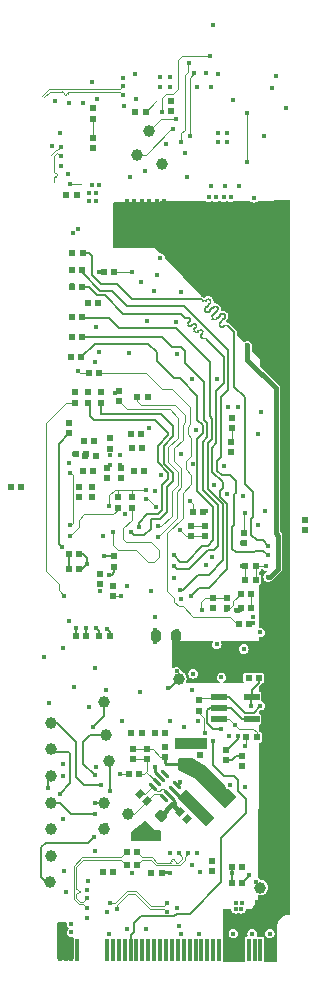
<source format=gbr>
%TF.GenerationSoftware,KiCad,Pcbnew,8.0.6*%
%TF.CreationDate,2024-11-23T18:19:37+01:00*%
%TF.ProjectId,M2SmartHome,4d32536d-6172-4744-986f-6d652e6b6963,rev?*%
%TF.SameCoordinates,Original*%
%TF.FileFunction,Copper,L4,Bot*%
%TF.FilePolarity,Positive*%
%FSLAX46Y46*%
G04 Gerber Fmt 4.6, Leading zero omitted, Abs format (unit mm)*
G04 Created by KiCad (PCBNEW 8.0.6) date 2024-11-23 18:19:37*
%MOMM*%
%LPD*%
G01*
G04 APERTURE LIST*
G04 Aperture macros list*
%AMRoundRect*
0 Rectangle with rounded corners*
0 $1 Rounding radius*
0 $2 $3 $4 $5 $6 $7 $8 $9 X,Y pos of 4 corners*
0 Add a 4 corners polygon primitive as box body*
4,1,4,$2,$3,$4,$5,$6,$7,$8,$9,$2,$3,0*
0 Add four circle primitives for the rounded corners*
1,1,$1+$1,$2,$3*
1,1,$1+$1,$4,$5*
1,1,$1+$1,$6,$7*
1,1,$1+$1,$8,$9*
0 Add four rect primitives between the rounded corners*
20,1,$1+$1,$2,$3,$4,$5,0*
20,1,$1+$1,$4,$5,$6,$7,0*
20,1,$1+$1,$6,$7,$8,$9,0*
20,1,$1+$1,$8,$9,$2,$3,0*%
%AMRotRect*
0 Rectangle, with rotation*
0 The origin of the aperture is its center*
0 $1 length*
0 $2 width*
0 $3 Rotation angle, in degrees counterclockwise*
0 Add horizontal line*
21,1,$1,$2,0,0,$3*%
G04 Aperture macros list end*
%TA.AperFunction,SMDPad,CuDef*%
%ADD10R,0.350000X1.950000*%
%TD*%
%TA.AperFunction,SMDPad,CuDef*%
%ADD11R,0.600000X0.560000*%
%TD*%
%TA.AperFunction,SMDPad,CuDef*%
%ADD12R,0.560000X0.600000*%
%TD*%
%TA.AperFunction,SMDPad,CuDef*%
%ADD13C,1.000000*%
%TD*%
%TA.AperFunction,SMDPad,CuDef*%
%ADD14RotRect,0.560000X0.600000X135.000000*%
%TD*%
%TA.AperFunction,SMDPad,CuDef*%
%ADD15RoundRect,0.200000X0.053033X-0.335876X0.335876X-0.053033X-0.053033X0.335876X-0.335876X0.053033X0*%
%TD*%
%TA.AperFunction,SMDPad,CuDef*%
%ADD16RoundRect,0.200000X-0.200000X-0.275000X0.200000X-0.275000X0.200000X0.275000X-0.200000X0.275000X0*%
%TD*%
%TA.AperFunction,SMDPad,CuDef*%
%ADD17RoundRect,0.200000X0.275000X-0.200000X0.275000X0.200000X-0.275000X0.200000X-0.275000X-0.200000X0*%
%TD*%
%TA.AperFunction,SMDPad,CuDef*%
%ADD18RotRect,0.980000X3.400000X45.000000*%
%TD*%
%TA.AperFunction,SMDPad,CuDef*%
%ADD19R,1.320800X0.558800*%
%TD*%
%TA.AperFunction,SMDPad,CuDef*%
%ADD20RoundRect,0.033750X-0.351786X0.208597X0.208597X-0.351786X0.351786X-0.208597X-0.208597X0.351786X0*%
%TD*%
%TA.AperFunction,ViaPad*%
%ADD21C,0.400000*%
%TD*%
%TA.AperFunction,Conductor*%
%ADD22C,0.150000*%
%TD*%
%TA.AperFunction,Conductor*%
%ADD23C,0.200000*%
%TD*%
%TA.AperFunction,Conductor*%
%ADD24C,0.100000*%
%TD*%
%TA.AperFunction,Conductor*%
%ADD25C,0.090000*%
%TD*%
%TA.AperFunction,Conductor*%
%ADD26C,0.400000*%
%TD*%
%TA.AperFunction,Conductor*%
%ADD27C,0.256000*%
%TD*%
%TA.AperFunction,Conductor*%
%ADD28C,0.125000*%
%TD*%
G04 APERTURE END LIST*
D10*
%TO.P,J1,2,3V3*%
%TO.N,+3V3*%
X101000000Y-164475000D03*
%TO.P,J1,4,3V3*%
X100500000Y-164475000D03*
%TO.P,J1,6,NC*%
%TO.N,unconnected-(J1-NC-Pad6)*%
X100000000Y-164475000D03*
%TO.P,J1,8,NC*%
%TO.N,unconnected-(J1-NC-Pad8)*%
X99500000Y-164475000D03*
%TO.P,J1,10,DAS/DSS*%
%TO.N,unconnected-(J1-DAS{slash}DSS-Pad10)*%
X99000000Y-164475000D03*
%TO.P,J1,12,3V3*%
%TO.N,+3V3*%
X98500000Y-164475000D03*
%TO.P,J1,14,3V3*%
X98000000Y-164475000D03*
%TO.P,J1,16,3V3*%
X97500000Y-164475000D03*
%TO.P,J1,18,3V3*%
X97000000Y-164475000D03*
%TO.P,J1,20,NC*%
%TO.N,unconnected-(J1-NC-Pad20)*%
X96500000Y-164475000D03*
%TO.P,J1,22,NC*%
%TO.N,unconnected-(J1-NC-Pad22)*%
X96000000Y-164475000D03*
%TO.P,J1,24,NC*%
%TO.N,unconnected-(J1-NC-Pad24)*%
X95500000Y-164475000D03*
%TO.P,J1,26,NC*%
%TO.N,unconnected-(J1-NC-Pad26)*%
X95000000Y-164475000D03*
%TO.P,J1,28,NC*%
%TO.N,unconnected-(J1-NC-Pad28)*%
X94500000Y-164475000D03*
%TO.P,J1,30,NC*%
%TO.N,unconnected-(J1-NC-Pad30)*%
X94000000Y-164475000D03*
%TO.P,J1,32,NC*%
%TO.N,unconnected-(J1-NC-Pad32)*%
X93500000Y-164475000D03*
%TO.P,J1,34,NC*%
%TO.N,unconnected-(J1-NC-Pad34)*%
X93000000Y-164475000D03*
%TO.P,J1,36,NC*%
%TO.N,unconnected-(J1-NC-Pad36)*%
X92500000Y-164475000D03*
%TO.P,J1,38,DEVSLP*%
%TO.N,unconnected-(J1-DEVSLP-Pad38)*%
X92000000Y-164475000D03*
%TO.P,J1,40,NC*%
%TO.N,unconnected-(J1-NC-Pad40)*%
X91500000Y-164475000D03*
%TO.P,J1,42,NC*%
%TO.N,unconnected-(J1-NC-Pad42)*%
X91000000Y-164475000D03*
%TO.P,J1,44,NC*%
%TO.N,unconnected-(J1-NC-Pad44)*%
X90500000Y-164475000D03*
%TO.P,J1,46,NC*%
%TO.N,unconnected-(J1-NC-Pad46)*%
X90000000Y-164475000D03*
%TO.P,J1,48,NC*%
%TO.N,unconnected-(J1-NC-Pad48)*%
X89500000Y-164475000D03*
%TO.P,J1,50,PERST#*%
%TO.N,/pcie-usb-bridge/PERST_L*%
X89000000Y-164475000D03*
%TO.P,J1,52,CLKREQ#*%
%TO.N,unconnected-(J1-CLKREQ#-Pad52)*%
X88500000Y-164475000D03*
%TO.P,J1,54,PEWAKE#*%
%TO.N,unconnected-(J1-PEWAKE#-Pad54)*%
X88000000Y-164475000D03*
%TO.P,J1,56,MFG1*%
%TO.N,unconnected-(J1-MFG1-Pad56)*%
X87500000Y-164475000D03*
%TO.P,J1,58,MFG2*%
%TO.N,unconnected-(J1-MFG2-Pad58)*%
X87000000Y-164475000D03*
%TO.P,J1,68,SUSCLK*%
%TO.N,unconnected-(J1-SUSCLK-Pad68)*%
X84500000Y-164475000D03*
%TO.P,J1,70,3V3*%
%TO.N,+3V3*%
X84000000Y-164475000D03*
%TO.P,J1,72,3V3*%
X83500000Y-164475000D03*
%TO.P,J1,74,3V3*%
X83000000Y-164475000D03*
%TD*%
D11*
%TO.P,C16,1*%
%TO.N,GND*%
X87600000Y-132034999D03*
%TO.P,C16,2*%
%TO.N,+3V3_eMMC*%
X87600000Y-131165001D03*
%TD*%
D12*
%TO.P,R4,1*%
%TO.N,GND*%
X89297500Y-123902500D03*
%TO.P,R4,2*%
%TO.N,Net-(U8-SD_WP)*%
X90167500Y-123902500D03*
%TD*%
D11*
%TO.P,R46,1*%
%TO.N,GND*%
X97100000Y-148442499D03*
%TO.P,R46,2*%
%TO.N,Net-(U3-RREF[3])*%
X97100000Y-147572501D03*
%TD*%
%TO.P,C34,1*%
%TO.N,GND*%
X95950000Y-134687500D03*
%TO.P,C34,2*%
%TO.N,Net-(U9-VDD18)*%
X95950000Y-135557500D03*
%TD*%
%TO.P,R19,1*%
%TO.N,Net-(U2-CLK)*%
X84300000Y-118137500D03*
%TO.P,R19,2*%
%TO.N,+3V3_eMMC*%
X84300000Y-117267500D03*
%TD*%
D13*
%TO.P,TP17,1*%
%TO.N,Net-(U3-SMBDATA)*%
X100000000Y-159207500D03*
%TD*%
D12*
%TO.P,C15,1*%
%TO.N,GND*%
X87234999Y-137900000D03*
%TO.P,C15,2*%
%TO.N,+3V3_eMMC*%
X86365001Y-137900000D03*
%TD*%
D11*
%TO.P,C35,1*%
%TO.N,GND*%
X103800000Y-128942500D03*
%TO.P,C35,2*%
%TO.N,Net-(U9-VDD18PLL)*%
X103800000Y-128072500D03*
%TD*%
D12*
%TO.P,C61,1*%
%TO.N,/PCIE.REFCLKN*%
X88665001Y-157300000D03*
%TO.P,C61,2*%
%TO.N,/pcie-usb-bridge/PCIE.REFCLK2N*%
X89534999Y-157300000D03*
%TD*%
%TO.P,R38,1*%
%TO.N,+3V3_wifi*%
X84434999Y-100607500D03*
%TO.P,R38,2*%
%TO.N,Net-(D4-A)*%
X83565001Y-100607500D03*
%TD*%
D14*
%TO.P,C70,1*%
%TO.N,GND*%
X93807591Y-153415091D03*
%TO.P,C70,2*%
%TO.N,Net-(U11-EN)*%
X93192409Y-152799909D03*
%TD*%
D13*
%TO.P,TP3,1*%
%TO.N,Net-(U3-TDI)*%
X82250000Y-156507500D03*
%TD*%
D15*
%TO.P,FB3,1*%
%TO.N,+3V3_Bridge*%
X90416637Y-154290863D03*
%TO.P,FB3,2*%
%TO.N,Net-(U11-EN)*%
X91583363Y-153124137D03*
%TD*%
D11*
%TO.P,R65,1*%
%TO.N,Net-(U11-FB)*%
X89200000Y-148342499D03*
%TO.P,R65,2*%
%TO.N,Net-(C69-Pad2)*%
X89200000Y-147472501D03*
%TD*%
%TO.P,R34,1*%
%TO.N,GND*%
X98600000Y-130017499D03*
%TO.P,R34,2*%
%TO.N,Net-(U9-SD_WP)*%
X98600000Y-129147501D03*
%TD*%
%TO.P,C27,1*%
%TO.N,GND*%
X94100000Y-129442499D03*
%TO.P,C27,2*%
%TO.N,+3V3_uSD*%
X94100000Y-128572501D03*
%TD*%
D16*
%TO.P,FB1,1*%
%TO.N,+3V3_eMMC*%
X91175000Y-137907500D03*
%TO.P,FB1,2*%
%TO.N,+3V3*%
X92825000Y-137907500D03*
%TD*%
D12*
%TO.P,R32,1*%
%TO.N,/sd-card/uSD.CMD*%
X84884999Y-108357500D03*
%TO.P,R32,2*%
%TO.N,+3V3_uSD*%
X84015001Y-108357500D03*
%TD*%
D11*
%TO.P,C17,1*%
%TO.N,GND*%
X86967500Y-123667500D03*
%TO.P,C17,2*%
%TO.N,+3V3_eMMC*%
X86967500Y-124537500D03*
%TD*%
D12*
%TO.P,R24,1*%
%TO.N,/sd-card/uSD.D2*%
X84934999Y-105507500D03*
%TO.P,R24,2*%
%TO.N,+3V3_uSD*%
X84065001Y-105507500D03*
%TD*%
%TO.P,R72,1*%
%TO.N,/sd-card/DET*%
X98165001Y-136907500D03*
%TO.P,R72,2*%
%TO.N,+3V3_uSD*%
X99034999Y-136907500D03*
%TD*%
D11*
%TO.P,C74,1*%
%TO.N,Net-(U11-FB)*%
X90400000Y-148342500D03*
%TO.P,C74,2*%
%TO.N,Net-(C69-Pad2)*%
X90400000Y-147472502D03*
%TD*%
D13*
%TO.P,TP10,1*%
%TO.N,Net-(U3-IO_HIT_I)*%
X86750000Y-143507500D03*
%TD*%
D17*
%TO.P,FB2,1*%
%TO.N,Net-(C69-Pad2)*%
X93500000Y-148732500D03*
%TO.P,FB2,2*%
%TO.N,+1V0_core*%
X93500000Y-147082500D03*
%TD*%
D13*
%TO.P,TP15,1*%
%TO.N,Net-(U11-PG)*%
X88800000Y-153007500D03*
%TD*%
D12*
%TO.P,C7,1*%
%TO.N,GND*%
X86035000Y-122707500D03*
%TO.P,C7,2*%
%TO.N,Net-(U8-VDD18)*%
X85165000Y-122707500D03*
%TD*%
%TO.P,R66,1*%
%TO.N,GND*%
X88831231Y-149580294D03*
%TO.P,R66,2*%
%TO.N,Net-(U11-FB)*%
X89701229Y-149580294D03*
%TD*%
%TO.P,C22,2*%
%TO.N,Net-(U2-VDDI)*%
X83765001Y-131000000D03*
%TO.P,C22,1*%
%TO.N,GND*%
X84634999Y-131000000D03*
%TD*%
D11*
%TO.P,R55,1*%
%TO.N,/pcie-usb-bridge/EEPD*%
X94800000Y-143347501D03*
%TO.P,R55,2*%
%TO.N,+3V3_Bridge*%
X94800000Y-144217499D03*
%TD*%
D18*
%TO.P,L5,1*%
%TO.N,Net-(U11-SW)*%
X94562078Y-152445422D03*
%TO.P,L5,2*%
%TO.N,Net-(C69-Pad2)*%
X96237922Y-150769578D03*
%TD*%
D12*
%TO.P,R52,1*%
%TO.N,Net-(U3-TEST5)*%
X91935000Y-146107500D03*
%TO.P,R52,2*%
%TO.N,+3V3_Bridge*%
X91065000Y-146107500D03*
%TD*%
D11*
%TO.P,R42,1*%
%TO.N,Net-(U1-CHIP_EN)*%
X85800000Y-94107500D03*
%TO.P,R42,2*%
%TO.N,+3V3_wifi*%
X85800000Y-93237500D03*
%TD*%
D12*
%TO.P,C14,1*%
%TO.N,GND*%
X89032500Y-120802500D03*
%TO.P,C14,2*%
%TO.N,+3V3_eMMC*%
X89902500Y-120802500D03*
%TD*%
D11*
%TO.P,R17,1*%
%TO.N,Net-(U2-DAT6)*%
X85400000Y-118137500D03*
%TO.P,R17,2*%
%TO.N,+3V3_eMMC*%
X85400000Y-117267500D03*
%TD*%
D13*
%TO.P,TP20,1*%
%TO.N,/thread-or-zigbee/SWDIO*%
X89550000Y-97157500D03*
%TD*%
D12*
%TO.P,C39,1*%
%TO.N,GND*%
X86284999Y-109707500D03*
%TO.P,C39,2*%
%TO.N,/sd-card/CRD_PWR*%
X85415001Y-109707500D03*
%TD*%
D13*
%TO.P,TP19,1*%
%TO.N,/thread-or-zigbee/SWCLK*%
X90600000Y-95157500D03*
%TD*%
D11*
%TO.P,C19,1*%
%TO.N,GND*%
X86400000Y-133534999D03*
%TO.P,C19,2*%
%TO.N,+3V3_eMMC*%
X86400000Y-132665001D03*
%TD*%
%TO.P,R11,1*%
%TO.N,Net-(U2-DAT0)*%
X88000000Y-118042500D03*
%TO.P,R11,2*%
%TO.N,+3V3_eMMC*%
X88000000Y-117172500D03*
%TD*%
%TO.P,R13,1*%
%TO.N,Net-(U2-DAT2)*%
X89100000Y-127042499D03*
%TO.P,R13,2*%
%TO.N,+3V3_eMMC*%
X89100000Y-126172501D03*
%TD*%
D12*
%TO.P,R21,1*%
%TO.N,/sd-card/uSD.D0*%
X84884999Y-112557500D03*
%TO.P,R21,2*%
%TO.N,+3V3_uSD*%
X84015001Y-112557500D03*
%TD*%
%TO.P,C6,1*%
%TO.N,GND*%
X85234999Y-122507500D03*
%TO.P,C6,2*%
%TO.N,Net-(U8-VDD18)*%
X84365001Y-122507500D03*
%TD*%
%TO.P,C30,1*%
%TO.N,GND*%
X98715001Y-133132500D03*
%TO.P,C30,2*%
%TO.N,+3V3_uSD*%
X99584999Y-133132500D03*
%TD*%
D13*
%TO.P,TP8,1*%
%TO.N,Net-(U3-SCAN_EN)*%
X82250000Y-145257500D03*
%TD*%
D11*
%TO.P,C69,1*%
%TO.N,GND*%
X91900000Y-147272501D03*
%TO.P,C69,2*%
%TO.N,Net-(C69-Pad2)*%
X91900000Y-148142499D03*
%TD*%
%TO.P,R43,1*%
%TO.N,GND*%
X85800000Y-96607500D03*
%TO.P,R43,2*%
%TO.N,Net-(U1-CHIP_EN)*%
X85800000Y-95737500D03*
%TD*%
%TO.P,C12,1*%
%TO.N,GND*%
X85760000Y-126162500D03*
%TO.P,C12,2*%
%TO.N,/emmc/~{reset}*%
X85760000Y-125292500D03*
%TD*%
D13*
%TO.P,TP11,1*%
%TO.N,Net-(U3-IRQ1_I)*%
X87200000Y-148500000D03*
%TD*%
%TO.P,TP6,1*%
%TO.N,Net-(U3-PME_L)*%
X93100000Y-141507500D03*
%TD*%
D12*
%TO.P,R56,1*%
%TO.N,/pcie-usb-bridge/EECLK*%
X99684999Y-146482500D03*
%TO.P,R56,2*%
%TO.N,+3V3_Bridge*%
X98815001Y-146482500D03*
%TD*%
D11*
%TO.P,C72,1*%
%TO.N,GND*%
X95900000Y-156972501D03*
%TO.P,C72,2*%
%TO.N,+1V0_core*%
X95900000Y-157842499D03*
%TD*%
D12*
%TO.P,R25,1*%
%TO.N,/sd-card/uSD.D3*%
X84884999Y-106907500D03*
%TO.P,R25,2*%
%TO.N,+3V3_uSD*%
X84015001Y-106907500D03*
%TD*%
%TO.P,R54,2*%
%TO.N,+3V3_Bridge*%
X97565001Y-157500000D03*
%TO.P,R54,1*%
%TO.N,Net-(U3-TEST6)*%
X98434999Y-157500000D03*
%TD*%
D13*
%TO.P,TP9,1*%
%TO.N,Net-(U3-SMI_O)*%
X86900000Y-146300000D03*
%TD*%
D11*
%TO.P,C18,1*%
%TO.N,GND*%
X87550000Y-133652500D03*
%TO.P,C18,2*%
%TO.N,+3V3_eMMC*%
X87550000Y-134522500D03*
%TD*%
D12*
%TO.P,C26,1*%
%TO.N,GND*%
X98315000Y-135522500D03*
%TO.P,C26,2*%
%TO.N,/sd-card/~{reset}*%
X99185000Y-135522500D03*
%TD*%
%TO.P,C13,1*%
%TO.N,GND*%
X85835000Y-123907500D03*
%TO.P,C13,2*%
%TO.N,+3V3_eMMC*%
X84965000Y-123907500D03*
%TD*%
%TO.P,C73,1*%
%TO.N,GND*%
X90765001Y-158000000D03*
%TO.P,C73,2*%
%TO.N,+1V0_core*%
X91634999Y-158000000D03*
%TD*%
D13*
%TO.P,TP13,1*%
%TO.N,Net-(U3-IRQ12_I)*%
X86750000Y-152007500D03*
%TD*%
D11*
%TO.P,C8,1*%
%TO.N,GND*%
X87267500Y-122037500D03*
%TO.P,C8,2*%
%TO.N,+3V3_eMMC*%
X87267500Y-121167500D03*
%TD*%
D12*
%TO.P,C62,1*%
%TO.N,/PCIE.REFCLKP*%
X88665001Y-156200000D03*
%TO.P,C62,2*%
%TO.N,/pcie-usb-bridge/PCIE.REFCLK2P*%
X89534999Y-156200000D03*
%TD*%
%TO.P,C40,1*%
%TO.N,GND*%
X89415001Y-93507500D03*
%TO.P,C40,2*%
%TO.N,+3V3_Thread*%
X90284999Y-93507500D03*
%TD*%
%TO.P,R22,1*%
%TO.N,/sd-card/uSD.D1*%
X84834999Y-114307500D03*
%TO.P,R22,2*%
%TO.N,+3V3_uSD*%
X83965001Y-114307500D03*
%TD*%
D13*
%TO.P,TP16,1*%
%TO.N,Net-(U3-SMBCLK)*%
X86750000Y-154257500D03*
%TD*%
%TO.P,TP7,1*%
%TO.N,Net-(U3-LEG_EMU_EN)*%
X82250000Y-152007500D03*
%TD*%
D11*
%TO.P,R45,1*%
%TO.N,GND*%
X98400000Y-148072501D03*
%TO.P,R45,2*%
%TO.N,Net-(U3-RREF[4])*%
X98400000Y-148942499D03*
%TD*%
%TO.P,R29,1*%
%TO.N,Net-(U5-RSTB)*%
X92450000Y-93492499D03*
%TO.P,R29,2*%
%TO.N,+3V3_Thread*%
X92450000Y-92622501D03*
%TD*%
D12*
%TO.P,R37,1*%
%TO.N,/sd-card/~{reset}*%
X99185000Y-134322500D03*
%TO.P,R37,2*%
%TO.N,+3V3_uSD*%
X98315000Y-134322500D03*
%TD*%
%TO.P,C48,1*%
%TO.N,GND*%
X87534999Y-157900000D03*
%TO.P,C48,2*%
%TO.N,+1V0_core*%
X86665001Y-157900000D03*
%TD*%
%TO.P,C23,1*%
%TO.N,GND*%
X85234999Y-137900000D03*
%TO.P,C23,2*%
%TO.N,+3V3_eMMC*%
X84365001Y-137900000D03*
%TD*%
%TO.P,R71,1*%
%TO.N,Net-(J5-B)*%
X85465001Y-115607500D03*
%TO.P,R71,2*%
%TO.N,/sd-card/DET*%
X86334999Y-115607500D03*
%TD*%
%TO.P,R20,1*%
%TO.N,Net-(U2-CMD)*%
X85065001Y-121407500D03*
%TO.P,R20,2*%
%TO.N,+3V3_eMMC*%
X85934999Y-121407500D03*
%TD*%
D13*
%TO.P,TP21,1*%
%TO.N,GND*%
X91652500Y-97962500D03*
%TD*%
D12*
%TO.P,C38,1*%
%TO.N,GND*%
X87584999Y-107057500D03*
%TO.P,C38,2*%
%TO.N,/sd-card/CRD_PWR*%
X86715001Y-107057500D03*
%TD*%
%TO.P,R47,1*%
%TO.N,GND*%
X89065000Y-146107500D03*
%TO.P,R47,2*%
%TO.N,Net-(U3-RREF[2])*%
X89935000Y-146107500D03*
%TD*%
%TO.P,C29,1*%
%TO.N,GND*%
X98715001Y-132007500D03*
%TO.P,C29,2*%
%TO.N,+3V3_uSD*%
X99584999Y-132007500D03*
%TD*%
D11*
%TO.P,C28,1*%
%TO.N,GND*%
X95300000Y-129442499D03*
%TO.P,C28,2*%
%TO.N,+3V3_uSD*%
X95300000Y-128572501D03*
%TD*%
D19*
%TO.P,U10,1,SCL*%
%TO.N,/pcie-usb-bridge/EECLK*%
X96528400Y-144947300D03*
%TO.P,U10,2,VSS*%
%TO.N,GND*%
X96528400Y-144007500D03*
%TO.P,U10,3,SDA*%
%TO.N,/pcie-usb-bridge/EEPD*%
X96528400Y-143067700D03*
%TO.P,U10,4,VCC*%
%TO.N,+3V3_Bridge*%
X99271600Y-143067700D03*
%TO.P,U10,5,WP*%
%TO.N,GND*%
X99271600Y-144947300D03*
%TD*%
D11*
%TO.P,C71,1*%
%TO.N,GND*%
X94900000Y-147942499D03*
%TO.P,C71,2*%
%TO.N,+1V0_core*%
X94900000Y-147072501D03*
%TD*%
D12*
%TO.P,C9,1*%
%TO.N,GND*%
X89097500Y-122002500D03*
%TO.P,C9,2*%
%TO.N,Net-(U8-VDD18PLL)*%
X89967500Y-122002500D03*
%TD*%
%TO.P,R33,1*%
%TO.N,/sd-card/uSD.CLK*%
X84884999Y-110907500D03*
%TO.P,R33,2*%
%TO.N,+3V3_uSD*%
X84015001Y-110907500D03*
%TD*%
D20*
%TO.P,U11,1,EN*%
%TO.N,Net-(U11-EN)*%
X90885302Y-150653462D03*
%TO.P,U11,2,FB*%
%TO.N,Net-(U11-FB)*%
X91238855Y-150299909D03*
%TO.P,U11,3,AGND*%
%TO.N,GND*%
X91592409Y-149946355D03*
%TO.P,U11,4,NC*%
%TO.N,unconnected-(U11-NC-Pad4)*%
X91945962Y-149592802D03*
%TO.P,U11,5,PGND*%
%TO.N,GND*%
X92914698Y-150561538D03*
%TO.P,U11,6,SW*%
%TO.N,Net-(U11-SW)*%
X92561145Y-150915091D03*
%TO.P,U11,7,VIN*%
%TO.N,Net-(U11-EN)*%
X92207591Y-151268645D03*
%TO.P,U11,8,PG*%
%TO.N,Net-(U11-PG)*%
X91854038Y-151622198D03*
%TD*%
D12*
%TO.P,R15,1*%
%TO.N,Net-(U2-DAT4)*%
X78865001Y-125307500D03*
%TO.P,R15,2*%
%TO.N,+3V3_eMMC*%
X79734999Y-125307500D03*
%TD*%
D11*
%TO.P,R5,1*%
%TO.N,/emmc/SCK*%
X97550000Y-119422501D03*
%TO.P,R5,2*%
%TO.N,+3V3_eMMC*%
X97550000Y-120292499D03*
%TD*%
D12*
%TO.P,R12,1*%
%TO.N,Net-(U2-DAT1)*%
X89565001Y-117707500D03*
%TO.P,R12,2*%
%TO.N,+3V3_eMMC*%
X90434999Y-117707500D03*
%TD*%
D11*
%TO.P,R6,1*%
%TO.N,+3V3_eMMC*%
X97500000Y-121472501D03*
%TO.P,R6,2*%
%TO.N,/emmc/SDA*%
X97500000Y-122342499D03*
%TD*%
D12*
%TO.P,C47,1*%
%TO.N,GND*%
X98990001Y-141457500D03*
%TO.P,C47,2*%
%TO.N,+3V3_Bridge*%
X99859999Y-141457500D03*
%TD*%
D11*
%TO.P,C11,1*%
%TO.N,GND*%
X88167500Y-123667500D03*
%TO.P,C11,2*%
%TO.N,+3V3_eMMC*%
X88167500Y-124537500D03*
%TD*%
%TO.P,C32,1*%
%TO.N,GND*%
X97150000Y-134687500D03*
%TO.P,C32,2*%
%TO.N,+3V3_uSD*%
X97150000Y-135557500D03*
%TD*%
D13*
%TO.P,TP14,1*%
%TO.N,Net-(U3-IRQ12_O)*%
X82250000Y-149757500D03*
%TD*%
D12*
%TO.P,C36,1*%
%TO.N,GND*%
X94265001Y-127407500D03*
%TO.P,C36,2*%
%TO.N,Net-(U9-VDD18PLL)*%
X95134999Y-127407500D03*
%TD*%
D13*
%TO.P,TP12,1*%
%TO.N,Net-(U3-IRQ1_O)*%
X82250000Y-147507500D03*
%TD*%
D12*
%TO.P,R53,1*%
%TO.N,Net-(U3-TEST3)*%
X98434999Y-158800000D03*
%TO.P,R53,2*%
%TO.N,+3V3_Bridge*%
X97565001Y-158800000D03*
%TD*%
%TO.P,C21,1*%
%TO.N,GND*%
X84634999Y-132200000D03*
%TO.P,C21,2*%
%TO.N,Net-(U2-VDDI)*%
X83765001Y-132200000D03*
%TD*%
D13*
%TO.P,TP1,1*%
%TO.N,Net-(U3-TCK)*%
X82200000Y-158707500D03*
%TD*%
D14*
%TO.P,R39,1*%
%TO.N,Net-(U11-PG)*%
X90407591Y-151915091D03*
%TO.P,R39,2*%
%TO.N,Net-(U11-EN)*%
X89792409Y-151299909D03*
%TD*%
D11*
%TO.P,R14,1*%
%TO.N,Net-(U2-DAT3)*%
X87900000Y-127042499D03*
%TO.P,R14,2*%
%TO.N,+3V3_eMMC*%
X87900000Y-126172501D03*
%TD*%
%TO.P,R16,1*%
%TO.N,Net-(U2-DAT5)*%
X83800000Y-120742499D03*
%TO.P,R16,2*%
%TO.N,+3V3_eMMC*%
X83800000Y-119872501D03*
%TD*%
%TO.P,R2,1*%
%TO.N,/emmc/~{reset}*%
X84600000Y-125292500D03*
%TO.P,R2,2*%
%TO.N,+3V3_eMMC*%
X84600000Y-126162500D03*
%TD*%
D13*
%TO.P,TP2,1*%
%TO.N,Net-(U3-TDO)*%
X82250000Y-154257500D03*
%TD*%
D11*
%TO.P,R18,1*%
%TO.N,Net-(U2-DAT7)*%
X86500000Y-118142500D03*
%TO.P,R18,2*%
%TO.N,+3V3_eMMC*%
X86500000Y-117272500D03*
%TD*%
D21*
%TO.N,Net-(U2-VDDI)*%
X83800000Y-131000000D03*
%TO.N,+3V3_eMMC*%
X86762500Y-131137500D03*
X86400000Y-132665001D03*
%TO.N,GND*%
X87200000Y-132700000D03*
%TO.N,Net-(U2-RST_N)*%
X90700000Y-134100000D03*
%TO.N,GND*%
X84200000Y-142200000D03*
%TO.N,+3V3_Bridge*%
X85500000Y-143900000D03*
%TO.N,GND*%
X85267500Y-137207500D03*
X92300000Y-90607500D03*
X93100000Y-162500000D03*
X97700000Y-163100000D03*
X94300000Y-123307500D03*
X97200000Y-96107500D03*
X93300000Y-163100000D03*
X91500000Y-90607500D03*
X95900000Y-131207500D03*
X82100000Y-143607500D03*
X94500000Y-120472501D03*
X98400000Y-148072501D03*
X86980000Y-137327500D03*
X96950000Y-123529100D03*
X91975052Y-96207500D03*
X102200000Y-93207500D03*
X85300000Y-159407500D03*
X89500000Y-92457500D03*
X90300000Y-162700000D03*
X84000000Y-163000000D03*
X84150000Y-103807500D03*
X90430000Y-111200000D03*
X89150000Y-107057500D03*
X99450000Y-100807500D03*
X88720000Y-133637500D03*
X85000000Y-92807500D03*
X93200000Y-150307500D03*
X98500000Y-126017500D03*
X83800000Y-92807500D03*
X87300000Y-122607500D03*
X86440000Y-134097500D03*
X86250000Y-109707500D03*
X96700000Y-145807500D03*
X92300000Y-156300000D03*
X99760200Y-120785900D03*
X94600000Y-156300000D03*
X95850000Y-91457500D03*
X85700000Y-91007500D03*
X94200000Y-116107500D03*
X95900000Y-157000000D03*
X92900000Y-114007500D03*
X91500000Y-91407500D03*
X83400000Y-157800000D03*
X100300000Y-95607500D03*
X83277500Y-149730000D03*
X91100000Y-125607500D03*
X92900000Y-160907500D03*
X98200002Y-99792499D03*
X93800000Y-153407500D03*
X96300000Y-116107500D03*
X89415001Y-93507498D03*
X86000000Y-156100000D03*
X83300000Y-148707500D03*
X85800000Y-96607500D03*
X98450000Y-130017499D03*
X83700000Y-98807500D03*
X83300000Y-153407500D03*
X94800000Y-163100000D03*
X93765003Y-99007500D03*
X97155000Y-125897500D03*
X91100000Y-149007500D03*
X97920000Y-135722500D03*
X94300000Y-141107500D03*
X98600000Y-139007500D03*
X84550000Y-103407500D03*
X95400000Y-131907500D03*
X95350000Y-90257500D03*
X99300000Y-163100000D03*
X99000000Y-141407500D03*
X88100000Y-123407500D03*
X97672500Y-92562500D03*
X89800000Y-142607500D03*
X98400000Y-132007500D03*
X85300000Y-161800000D03*
X94200000Y-142507500D03*
X84000000Y-162300000D03*
X83800000Y-136607500D03*
X97265001Y-118557500D03*
X92890000Y-111280000D03*
X88400000Y-90667500D03*
X94200000Y-157300000D03*
X90225000Y-98507500D03*
X92300000Y-91407500D03*
X85300000Y-131800000D03*
X93250000Y-108757500D03*
X93300000Y-134807500D03*
X93599998Y-96972500D03*
X98700000Y-150707500D03*
X94650000Y-91457500D03*
X92900000Y-140907500D03*
X86300000Y-113857500D03*
X96700000Y-141407500D03*
X89065000Y-146107500D03*
X88100000Y-149607500D03*
X86000000Y-114707500D03*
X86900000Y-142507500D03*
X83500000Y-159600000D03*
X96432500Y-90362500D03*
X91200000Y-107357500D03*
X95050000Y-135722500D03*
X96400000Y-96107500D03*
X91900000Y-147272501D03*
X96105000Y-125147500D03*
X82630000Y-92582501D03*
X85700000Y-99707500D03*
X86400000Y-133542500D03*
X101000000Y-91507500D03*
X87200000Y-163100000D03*
X100000000Y-137607500D03*
X90950000Y-108707500D03*
X93200000Y-128907500D03*
X83300000Y-138907500D03*
X83000000Y-95307500D03*
X87000000Y-161300000D03*
X86700000Y-129407500D03*
X99800000Y-128507500D03*
X94000000Y-126447501D03*
X81700000Y-139707500D03*
X88100000Y-122607500D03*
X87534999Y-157900000D03*
X95800000Y-99807500D03*
X90800000Y-158007500D03*
X87550000Y-133652500D03*
X93300000Y-122507500D03*
X97000000Y-99792501D03*
X94900000Y-147907500D03*
X86050000Y-111757500D03*
X89850000Y-107907500D03*
X88900000Y-113907500D03*
X96300000Y-138607500D03*
X97200000Y-95307500D03*
X82340000Y-96377500D03*
X88420000Y-93007500D03*
X96400000Y-95307500D03*
X87300000Y-123407500D03*
X86200000Y-92407500D03*
X94700000Y-145107500D03*
X93500000Y-145607500D03*
X89350000Y-90357506D03*
X86300000Y-99707500D03*
X88700000Y-162700000D03*
X100800000Y-163100000D03*
%TO.N,+3V3_eMMC*%
X91100000Y-138407500D03*
X87700000Y-117307500D03*
X90300000Y-125507500D03*
X85400000Y-117267500D03*
X87200000Y-126907500D03*
X90434999Y-117707500D03*
X97500000Y-121472501D03*
X98134999Y-118557500D03*
X91125000Y-137907500D03*
X84400000Y-137207500D03*
X86600000Y-117307500D03*
X90600000Y-120307500D03*
X91100000Y-137407500D03*
X84300000Y-117267500D03*
X86100000Y-137207500D03*
X83820000Y-123267500D03*
%TO.N,Net-(U8-VDD18)*%
X84200000Y-122462750D03*
%TO.N,+3V3_uSD*%
X99400000Y-136307500D03*
X100084999Y-118907500D03*
X84015001Y-106907500D03*
X99375000Y-136807500D03*
X84000000Y-112557500D03*
X97050000Y-135722500D03*
X84015001Y-108207500D03*
X100400000Y-127307500D03*
X100500000Y-131982500D03*
X92650000Y-132982500D03*
X94100000Y-128572501D03*
X84000000Y-110907500D03*
%TO.N,/sd-card/~{reset}*%
X99185000Y-134322500D03*
%TO.N,Net-(U9-VDD18)*%
X95950000Y-135557500D03*
%TO.N,Net-(U9-VDD18PLL)*%
X95400000Y-127307500D03*
%TO.N,/sd-card/DET*%
X98100000Y-137007500D03*
%TO.N,/sd-card/CRD_PWR*%
X100650000Y-132907500D03*
X98900000Y-113307500D03*
X91500000Y-105907500D03*
X98900000Y-113807500D03*
X86315001Y-107057500D03*
X85415001Y-109707500D03*
%TO.N,+3V3_Thread*%
X97500000Y-100757500D03*
X95600000Y-100757500D03*
X90284976Y-93507546D03*
X96900000Y-100757500D03*
X96200000Y-100757500D03*
X95950000Y-86207500D03*
X101300000Y-90507500D03*
%TO.N,+3V3_wifi*%
X85500000Y-101107500D03*
X86100000Y-100407500D03*
X88950000Y-99022503D03*
X85500000Y-100407500D03*
X83100000Y-98107500D03*
X86100000Y-101107500D03*
%TO.N,+3V3_Bridge*%
X94900000Y-157900000D03*
X97900000Y-161007500D03*
X86100000Y-149000000D03*
X98700000Y-147207500D03*
X88300000Y-145107500D03*
X98400000Y-160507500D03*
X97565001Y-158000000D03*
X85400000Y-158607500D03*
X92300000Y-145107500D03*
X95300000Y-146107500D03*
X91065000Y-146107500D03*
X97900000Y-160507500D03*
X90400000Y-154807500D03*
X99200000Y-143807500D03*
X98375000Y-161007500D03*
X89600000Y-154807500D03*
X91200000Y-154807500D03*
%TO.N,+1V0_core*%
X97300000Y-146407500D03*
X91600000Y-158007500D03*
X86665001Y-157900000D03*
X94900000Y-147072501D03*
X95900000Y-157842499D03*
X97400000Y-150507500D03*
X89100000Y-158007500D03*
X93500000Y-147082500D03*
X92300000Y-158007500D03*
%TO.N,Net-(D2-A)*%
X86000000Y-140607500D03*
X91100000Y-136307500D03*
%TO.N,Net-(D4-A)*%
X83900000Y-99607500D03*
%TO.N,+3V3*%
X83100000Y-163200000D03*
X92900000Y-138507500D03*
X89950000Y-101107500D03*
X92925000Y-138007500D03*
X100500000Y-160407500D03*
X90550000Y-101107500D03*
X91800000Y-101107500D03*
X91200000Y-101107500D03*
X101000000Y-136107500D03*
X101025000Y-136607500D03*
X100800000Y-161600000D03*
X100400000Y-162107500D03*
X101000000Y-137107500D03*
X99700000Y-160407500D03*
X100100000Y-162700000D03*
X98500000Y-163000000D03*
X100025000Y-161007500D03*
X92900000Y-137507500D03*
X89300000Y-101107500D03*
X83100000Y-162600000D03*
X88700000Y-101107500D03*
%TO.N,/pcie-usb-bridge/PERST_L*%
X96000000Y-146807500D03*
%TO.N,Net-(U8-SD_WP)*%
X91600000Y-124307500D03*
%TO.N,/emmc/SCK*%
X97550000Y-119422501D03*
%TO.N,/emmc/SDA*%
X90300000Y-126307500D03*
X97500000Y-122342499D03*
X91150000Y-126957500D03*
%TO.N,Net-(U2-DAT0)*%
X88000000Y-118042500D03*
X91300000Y-128607500D03*
%TO.N,Net-(U2-DAT1)*%
X91300000Y-129507500D03*
X89565001Y-117707500D03*
%TO.N,Net-(U2-DAT2)*%
X89065001Y-127007500D03*
X87500000Y-129107500D03*
%TO.N,Net-(U2-DAT3)*%
X87900000Y-127042499D03*
%TO.N,Net-(U2-DAT4)*%
X83900000Y-124107500D03*
X83900000Y-128507500D03*
%TO.N,Net-(U2-DAT5)*%
X83800000Y-120742499D03*
X83200000Y-130400000D03*
%TO.N,Net-(U2-DAT6)*%
X85400000Y-118107500D03*
X89700000Y-128707500D03*
%TO.N,Net-(U2-DAT7)*%
X86500000Y-118107500D03*
X89000000Y-129107500D03*
%TO.N,Net-(U2-CLK)*%
X84300000Y-118137500D03*
X83400000Y-134507500D03*
%TO.N,/sd-card/uSD.D1*%
X84834999Y-114307500D03*
X92650000Y-131032500D03*
%TO.N,/sd-card/uSD.CLK*%
X93200000Y-133982500D03*
X84884999Y-110907500D03*
%TO.N,/sd-card/uSD.CMD*%
X94100000Y-134507500D03*
X84884999Y-108357500D03*
%TO.N,/sd-card/uSD.D0*%
X84884999Y-112557500D03*
X92650000Y-131982500D03*
%TO.N,Net-(U5-RSTB)*%
X92450000Y-93457500D03*
%TO.N,Net-(U5-VBUS)*%
X91650000Y-93507500D03*
X95700000Y-88757500D03*
%TO.N,/sd-card/uSD.D3*%
X100625000Y-131082500D03*
X84884999Y-106907500D03*
%TO.N,/sd-card/uSD.D2*%
X100650000Y-130282500D03*
X84934999Y-105507500D03*
%TO.N,Net-(U9-SD_WP)*%
X98700000Y-127482500D03*
%TO.N,/thread-or-zigbee/RESET*%
X98900000Y-93657500D03*
X98900000Y-97807500D03*
%TO.N,Net-(U1-CHIP_EN)*%
X85800000Y-94107500D03*
%TO.N,Net-(U3-RREF[4])*%
X98400000Y-148942499D03*
%TO.N,Net-(U3-RREF[3])*%
X98100000Y-146407500D03*
%TO.N,Net-(U3-RREF[2])*%
X89935000Y-146107500D03*
%TO.N,Net-(U3-TEST5)*%
X91935000Y-146107500D03*
%TO.N,Net-(U3-TEST3)*%
X99000000Y-158100000D03*
%TO.N,Net-(U3-TEST6)*%
X98434999Y-157500000D03*
%TO.N,/pcie-usb-bridge/EEPD*%
X100000000Y-143807500D03*
%TO.N,/pcie-usb-bridge/EECLK*%
X97875000Y-145457500D03*
%TO.N,Net-(U2-RST_N)*%
X88500000Y-127600000D03*
%TO.N,Net-(U3-IO_HIT_I)*%
X85800000Y-145600000D03*
%TO.N,Net-(U3-LEG_EMU_EN)*%
X86000000Y-153007500D03*
%TO.N,Net-(U3-PME_L)*%
X92200000Y-142307500D03*
%TO.N,Net-(U3-IRQ12_O)*%
X82000000Y-150757500D03*
%TO.N,Net-(U3-IRQ12_I)*%
X86000000Y-152007500D03*
%TO.N,Net-(U3-SMBDATA)*%
X99600000Y-158707500D03*
%TO.N,Net-(U3-SCAN_EN)*%
X86500000Y-150507500D03*
%TO.N,Net-(U3-SMBCLK)*%
X86900000Y-153907500D03*
%TO.N,Net-(U3-IRQ1_I)*%
X87250000Y-151007500D03*
%TO.N,Net-(U3-TDI)*%
X82250000Y-156507500D03*
%TO.N,Net-(U3-SMI_O)*%
X86000000Y-149707500D03*
%TO.N,Net-(U3-TDO)*%
X82250000Y-154257500D03*
%TO.N,Net-(U3-IRQ1_O)*%
X83000000Y-151257500D03*
%TO.N,Net-(U3-TCK)*%
X85900000Y-154907500D03*
%TO.N,/thread-or-zigbee/UART_TX*%
X93300000Y-96057500D03*
X93950000Y-89357500D03*
%TO.N,/thread-or-zigbee/UART_RX*%
X94000000Y-95607500D03*
X94400000Y-90257500D03*
%TO.N,/thread-or-zigbee/SWDIO*%
X92600006Y-95007500D03*
%TO.N,/thread-or-zigbee/SWCLK*%
X92885218Y-94149799D03*
%TO.N,Net-(J5-B)*%
X84550000Y-115457500D03*
%TO.N,/pcie-usb-bridge/USB_3_DP*%
X88400000Y-91307500D03*
%TO.N,/pcie-usb-bridge/USB_4_DP*%
X83100000Y-96507500D03*
%TO.N,/pcie-usb-bridge/USB_3_DN*%
X88400000Y-92107500D03*
%TO.N,/pcie-usb-bridge/USB_4_DN*%
X83100000Y-97307500D03*
%TO.N,/PCIE.REFCLKN*%
X85300000Y-160107501D03*
%TO.N,/PCIE.REFCLKP*%
X85300000Y-160907500D03*
%TO.N,/PCIE.PERP*%
X87257157Y-160494657D03*
X92100000Y-160507499D03*
%TO.N,/PCIE.PERN*%
X92100000Y-161307500D03*
X87822843Y-161060343D03*
%TO.N,/pcie-usb-bridge/PCIE.REFCLK2N*%
X93900000Y-156300000D03*
%TO.N,/pcie-usb-bridge/PCIE.REFCLK2P*%
X93100000Y-156300000D03*
%TO.N,+3V3_eMMC*%
X88200000Y-134522500D03*
%TO.N,Net-(U2-DAT3)*%
X83900000Y-129407500D03*
%TD*%
D22*
%TO.N,Net-(U2-DAT5)*%
X82900000Y-129400000D02*
X82900000Y-121642499D01*
X82900000Y-121642499D02*
X83800000Y-120742499D01*
D23*
%TO.N,GND*%
X87600000Y-132034999D02*
X87600000Y-132500000D01*
X87600000Y-132500000D02*
X87400000Y-132700000D01*
X87400000Y-132700000D02*
X87200000Y-132700000D01*
%TO.N,+3V3_eMMC*%
X87600000Y-131165001D02*
X86790001Y-131165001D01*
X86790001Y-131165001D02*
X86762500Y-131137500D01*
D24*
%TO.N,Net-(U2-DAT2)*%
X87500000Y-130207500D02*
X87900000Y-130607500D01*
X89500000Y-130607500D02*
X90500000Y-131607500D01*
X90500000Y-131607500D02*
X91000000Y-131607500D01*
X87500000Y-129107500D02*
X87500000Y-130207500D01*
X91400000Y-130607500D02*
X90700000Y-129907500D01*
X91400000Y-131207500D02*
X91400000Y-130607500D01*
X91000000Y-131607500D02*
X91400000Y-131207500D01*
X90700000Y-129907500D02*
X88600000Y-129907500D01*
X87900000Y-130607500D02*
X89500000Y-130607500D01*
X88600000Y-129907500D02*
X88400000Y-129707500D01*
X88400000Y-129707500D02*
X88400000Y-128800000D01*
X88400000Y-128800000D02*
X89100000Y-128100000D01*
X89100000Y-128100000D02*
X89100000Y-127042499D01*
D23*
%TO.N,GND*%
X85000000Y-131000000D02*
X85300000Y-131300000D01*
X84634999Y-131000000D02*
X85000000Y-131000000D01*
X85300000Y-131300000D02*
X85300000Y-131800000D01*
X84634999Y-132200000D02*
X84900000Y-132200000D01*
X84900000Y-132200000D02*
X85300000Y-131800000D01*
%TO.N,Net-(U2-VDDI)*%
X83765001Y-132200000D02*
X83765001Y-131000000D01*
D22*
%TO.N,Net-(U2-DAT5)*%
X83200000Y-130400000D02*
X82900000Y-130100000D01*
X82900000Y-130100000D02*
X82900000Y-129400000D01*
D25*
%TO.N,Net-(U2-CLK)*%
X82900000Y-133507500D02*
X81800000Y-132407500D01*
X81800000Y-132407500D02*
X81800000Y-119907500D01*
X81800000Y-119907500D02*
X83570000Y-118137500D01*
X83570000Y-118137500D02*
X84300000Y-118137500D01*
D22*
%TO.N,+3V3_eMMC*%
X84365001Y-137900000D02*
X84365001Y-137242499D01*
X84365001Y-137242499D02*
X84400000Y-137207500D01*
%TO.N,GND*%
X85234999Y-137900000D02*
X85234999Y-137240001D01*
X85234999Y-137240001D02*
X85267500Y-137207500D01*
X87234999Y-137900000D02*
X87234999Y-137582499D01*
X87234999Y-137582499D02*
X86980000Y-137327500D01*
D24*
X86392499Y-133534999D02*
X86400000Y-133542500D01*
D25*
%TO.N,+3V3_eMMC*%
X88200000Y-134522500D02*
X87550000Y-134522500D01*
D22*
%TO.N,Net-(U3-IO_HIT_I)*%
X85800000Y-145600000D02*
X86750000Y-144650000D01*
X86750000Y-144650000D02*
X86750000Y-143507500D01*
%TO.N,Net-(U3-SMI_O)*%
X86000000Y-149707500D02*
X85000000Y-148707500D01*
X85600000Y-146300000D02*
X86900000Y-146300000D01*
X85000000Y-148707500D02*
X85000000Y-146900000D01*
X85000000Y-146900000D02*
X85600000Y-146300000D01*
%TO.N,Net-(U3-IRQ1_I)*%
X87250000Y-151007500D02*
X87250000Y-148550000D01*
X87250000Y-148550000D02*
X87200000Y-148500000D01*
D24*
%TO.N,Net-(U11-EN)*%
X92207591Y-151268645D02*
X91838946Y-150900000D01*
X91838946Y-150900000D02*
X91600000Y-150900000D01*
X91600000Y-150900000D02*
X91500000Y-151000000D01*
X91500000Y-151000000D02*
X91231840Y-151000000D01*
X91231840Y-151000000D02*
X90885302Y-150653462D01*
D22*
%TO.N,+3V3_Bridge*%
X97565001Y-158000000D02*
X97565001Y-157500000D01*
%TO.N,Net-(U3-TEST3)*%
X99000000Y-158100000D02*
X99000000Y-158234999D01*
X99000000Y-158234999D02*
X98434999Y-158800000D01*
%TO.N,+3V3_Bridge*%
X97565001Y-158000000D02*
X97565001Y-158800000D01*
D26*
%TO.N,GND*%
X98315000Y-135522500D02*
X98115000Y-135722500D01*
D24*
X95300000Y-129442499D02*
X94100000Y-129442499D01*
X98715001Y-133132500D02*
X98715001Y-132007500D01*
D22*
X97500000Y-144007500D02*
X98439800Y-144947300D01*
D24*
X94040001Y-126447501D02*
X94300000Y-126707500D01*
D22*
X98439800Y-144947300D02*
X99271600Y-144947300D01*
X95700000Y-144007500D02*
X96528400Y-144007500D01*
D27*
X92945962Y-150561538D02*
X92914698Y-150561538D01*
D22*
X96700000Y-145807500D02*
X96000000Y-145807500D01*
D24*
X95320000Y-134687500D02*
X95000000Y-135007500D01*
X95000000Y-135007500D02*
X95000000Y-135672500D01*
X94300000Y-127372501D02*
X94265001Y-127407500D01*
D22*
X97934999Y-148072501D02*
X98400000Y-148072501D01*
D24*
X88417702Y-149580294D02*
X88831231Y-149580294D01*
D22*
X97565001Y-148442499D02*
X97934999Y-148072501D01*
D24*
X95950000Y-134687500D02*
X95320000Y-134687500D01*
D27*
X91100000Y-149453946D02*
X91100000Y-149007500D01*
D22*
X96528400Y-144007500D02*
X97500000Y-144007500D01*
X95500000Y-145307500D02*
X95500000Y-144207500D01*
D24*
X94000000Y-126447501D02*
X94040001Y-126447501D01*
D22*
X96000000Y-145807500D02*
X95500000Y-145307500D01*
X95500000Y-144207500D02*
X95700000Y-144007500D01*
D24*
X93734999Y-129442499D02*
X94100000Y-129442499D01*
D27*
X91592409Y-149946355D02*
X91100000Y-149453946D01*
D24*
X93200000Y-128907500D02*
X93734999Y-129442499D01*
D26*
X98115000Y-135722500D02*
X97920000Y-135722500D01*
D24*
X98715001Y-132007500D02*
X98400000Y-132007500D01*
X95000000Y-135672500D02*
X95050000Y-135722500D01*
X94300000Y-126707500D02*
X94300000Y-127372501D01*
D25*
X89150000Y-107057500D02*
X87584999Y-107057500D01*
D27*
X93200000Y-150307500D02*
X92945962Y-150561538D01*
D24*
X88417702Y-149580294D02*
X88127206Y-149580294D01*
X88127206Y-149580294D02*
X88100000Y-149607500D01*
X97150000Y-134687500D02*
X95950000Y-134687500D01*
D22*
X97100000Y-148442499D02*
X97565001Y-148442499D01*
D25*
%TO.N,+3V3_eMMC*%
X87900000Y-125507500D02*
X89100000Y-125507500D01*
X89100000Y-126172501D02*
X89100000Y-125507500D01*
X87200000Y-126007500D02*
X87700000Y-125507500D01*
D24*
X97550000Y-120292499D02*
X97550000Y-121422501D01*
D25*
X89100000Y-125507500D02*
X90300000Y-125507500D01*
X87200000Y-126907500D02*
X87200000Y-126007500D01*
X87900000Y-126172501D02*
X87900000Y-125507500D01*
D24*
X97550000Y-121422501D02*
X97500000Y-121472501D01*
D25*
X87700000Y-125507500D02*
X87900000Y-125507500D01*
D24*
%TO.N,+3V3_uSD*%
X97700000Y-134937500D02*
X97700000Y-135307500D01*
X100475000Y-132007500D02*
X100500000Y-131982500D01*
X99584999Y-132007500D02*
X100475000Y-132007500D01*
X99584999Y-133132500D02*
X99584999Y-132007500D01*
X98315000Y-134322500D02*
X97700000Y-134937500D01*
X97450000Y-135557500D02*
X97150000Y-135557500D01*
X97700000Y-135307500D02*
X97450000Y-135557500D01*
X94100000Y-128572501D02*
X95300000Y-128572501D01*
%TO.N,/sd-card/~{reset}*%
X99185000Y-134322500D02*
X99185000Y-135522500D01*
%TO.N,/sd-card/DET*%
X93400000Y-125807500D02*
X93400000Y-127907500D01*
X93700000Y-123807500D02*
X94150000Y-124257500D01*
X94300000Y-136307500D02*
X97400000Y-136307500D01*
X94150000Y-124257500D02*
X94150000Y-125057500D01*
X93400000Y-127907500D02*
X92100000Y-129207500D01*
D25*
X86900000Y-115607500D02*
X86334999Y-115607500D01*
D24*
X87465001Y-115607500D02*
X90307500Y-115607500D01*
X92100000Y-129207500D02*
X92100000Y-134107500D01*
X93100000Y-135407500D02*
X93400000Y-135407500D01*
X92700000Y-135007500D02*
X93100000Y-135407500D01*
X94050000Y-119957500D02*
X93825000Y-120182500D01*
X93400000Y-135407500D02*
X94300000Y-136307500D01*
X93700000Y-123107500D02*
X93700000Y-123807500D01*
X92700000Y-134707500D02*
X92700000Y-135007500D01*
X93825000Y-120832500D02*
X94150000Y-121157500D01*
X93825000Y-120182500D02*
X93825000Y-120832500D01*
X94150000Y-121157500D02*
X94150000Y-122657500D01*
X92100000Y-134107500D02*
X92700000Y-134707500D01*
X94150000Y-125057500D02*
X93400000Y-125807500D01*
D25*
X87465001Y-115607500D02*
X86900000Y-115607500D01*
D24*
X90307500Y-115607500D02*
X91700000Y-117000000D01*
X91700000Y-117000000D02*
X92500000Y-117000000D01*
X94050000Y-118550000D02*
X94050000Y-119957500D01*
X92500000Y-117000000D02*
X94050000Y-118550000D01*
X94150000Y-122657500D02*
X93700000Y-123107500D01*
X97400000Y-136307500D02*
X98100000Y-137007500D01*
D26*
%TO.N,/sd-card/CRD_PWR*%
X98900000Y-114507500D02*
X98900000Y-113307500D01*
X101300000Y-116907500D02*
X98900000Y-114507500D01*
X101500000Y-129407500D02*
X101300000Y-129207500D01*
X101300000Y-129207500D02*
X101300000Y-116907500D01*
X101500000Y-132207500D02*
X101500000Y-129407500D01*
X100650000Y-132907500D02*
X100800000Y-132907500D01*
X100800000Y-132907500D02*
X101500000Y-132207500D01*
D24*
%TO.N,+3V3_Thread*%
X91169998Y-92622501D02*
X90284999Y-93507500D01*
D22*
%TO.N,+3V3_Bridge*%
X99271600Y-143067700D02*
X99271600Y-142435900D01*
D24*
X95300000Y-146107500D02*
X95248000Y-146055500D01*
X95248000Y-146055500D02*
X95248000Y-144855500D01*
X98815001Y-146482500D02*
X98815001Y-147092499D01*
D22*
X99200000Y-143807500D02*
X99200000Y-143139300D01*
X99200000Y-143139300D02*
X99271600Y-143067700D01*
D24*
X95248000Y-144855500D02*
X94800000Y-144407500D01*
D22*
X99271600Y-142435900D02*
X99859999Y-141847501D01*
D24*
X98815001Y-147092499D02*
X98700000Y-147207500D01*
X94800000Y-144407500D02*
X94800000Y-144217499D01*
D22*
X99859999Y-141847501D02*
X99859999Y-141457500D01*
D24*
%TO.N,Net-(C69-Pad2)*%
X91534999Y-148142499D02*
X91900000Y-148142499D01*
X89200000Y-147472501D02*
X90399999Y-147472501D01*
D27*
X91975000Y-148732500D02*
X93500000Y-148732500D01*
X91900000Y-148142499D02*
X91900000Y-148657500D01*
D24*
X90399999Y-147472501D02*
X90400000Y-147472502D01*
X90400000Y-147472502D02*
X90865002Y-147472502D01*
D27*
X91900000Y-148657500D02*
X91975000Y-148732500D01*
D24*
X90865002Y-147472502D02*
X91534999Y-148142499D01*
D22*
%TO.N,+1V0_core*%
X91707500Y-157900000D02*
X92265001Y-157900000D01*
X92300000Y-158007500D02*
X91600000Y-158007500D01*
X91600000Y-158007500D02*
X91707500Y-157900000D01*
D24*
%TO.N,Net-(U11-FB)*%
X90114759Y-149580294D02*
X90397601Y-149297451D01*
X89701230Y-149580294D02*
X90114759Y-149580294D01*
X90397601Y-149207500D02*
X90397601Y-148344899D01*
X91238855Y-150299909D02*
X90340222Y-149401276D01*
X90397601Y-148344899D02*
X90400000Y-148342501D01*
X90397601Y-149297451D02*
X90397601Y-149207500D01*
X90340222Y-149401276D02*
X90293776Y-149401276D01*
X89200001Y-148342501D02*
X90400000Y-148342501D01*
X89200000Y-148342499D02*
X89200001Y-148342501D01*
%TO.N,Net-(D4-A)*%
X84800000Y-99607500D02*
X83900000Y-99607500D01*
%TO.N,Net-(U11-EN)*%
X90845962Y-150653462D02*
X90199515Y-151299909D01*
D27*
X92207591Y-151268645D02*
X92700000Y-151761054D01*
D24*
X90199515Y-151299909D02*
X89792409Y-151299909D01*
D26*
X92550000Y-152157500D02*
X91583363Y-153124137D01*
D24*
X90885302Y-150653462D02*
X90845962Y-150653462D01*
D26*
X93192409Y-152799909D02*
X92550000Y-152157500D01*
X92700000Y-152007500D02*
X92550000Y-152157500D01*
D27*
X92700000Y-151761054D02*
X92700000Y-152007500D01*
D22*
%TO.N,/pcie-usb-bridge/PERST_L*%
X89300000Y-162941250D02*
X89000000Y-163241250D01*
X89300000Y-162207500D02*
X89300000Y-162941250D01*
X96000000Y-148857500D02*
X96900000Y-149757500D01*
X96900000Y-149757500D02*
X97750000Y-149757500D01*
X98800000Y-152907500D02*
X96700000Y-155007500D01*
X96700000Y-155007500D02*
X96700000Y-158707500D01*
X96700000Y-158707500D02*
X94000000Y-161407500D01*
X98100000Y-150107500D02*
X98100000Y-151007500D01*
X89000000Y-163241250D02*
X89000000Y-163482500D01*
X98100000Y-151007500D02*
X98800000Y-151707500D01*
X92900000Y-161407500D02*
X92700000Y-161607500D01*
X94000000Y-161407500D02*
X92900000Y-161407500D01*
X92700000Y-161607500D02*
X89900000Y-161607500D01*
X96000000Y-146807500D02*
X96000000Y-148857500D01*
X89900000Y-161607500D02*
X89300000Y-162207500D01*
X98800000Y-151707500D02*
X98800000Y-152907500D01*
X97750000Y-149757500D02*
X98100000Y-150107500D01*
D27*
%TO.N,Net-(U11-SW)*%
X94091476Y-152445422D02*
X94562078Y-152445422D01*
X92561145Y-150915091D02*
X94091476Y-152445422D01*
D25*
%TO.N,/emmc/SDA*%
X90500000Y-126307500D02*
X90300000Y-126307500D01*
X91150000Y-126957500D02*
X90500000Y-126307500D01*
D24*
%TO.N,Net-(U2-DAT0)*%
X92300000Y-118707500D02*
X88665000Y-118707500D01*
X93000000Y-119407500D02*
X92300000Y-118707500D01*
X92200000Y-123207500D02*
X92200000Y-121907500D01*
X88665000Y-118707500D02*
X88000000Y-118042500D01*
X93000000Y-124007500D02*
X92200000Y-123207500D01*
X93000000Y-121107500D02*
X93000000Y-119407500D01*
X91300000Y-128607500D02*
X91600000Y-128607500D01*
X93000000Y-125107500D02*
X93000000Y-124007500D01*
X92200000Y-121907500D02*
X93000000Y-121107500D01*
X92500000Y-127707500D02*
X92500000Y-125607500D01*
X92500000Y-125607500D02*
X93000000Y-125107500D01*
X91600000Y-128607500D02*
X92500000Y-127707500D01*
%TO.N,Net-(U2-DAT1)*%
X93300000Y-125307500D02*
X93300000Y-123707500D01*
D25*
X89900000Y-118307500D02*
X89565001Y-117972501D01*
D24*
X93300000Y-123707500D02*
X92700000Y-123107500D01*
X93400000Y-121307500D02*
X93400000Y-120007500D01*
X92900000Y-125707500D02*
X93300000Y-125307500D01*
X93400000Y-120007500D02*
X93650000Y-119757500D01*
X91300000Y-129507500D02*
X92900000Y-127907500D01*
X92700000Y-122007500D02*
X93400000Y-121307500D01*
D25*
X93650000Y-119757500D02*
X93650000Y-119157500D01*
X89565001Y-117972501D02*
X89565001Y-117707500D01*
D24*
X92700000Y-123107500D02*
X92700000Y-122007500D01*
X92900000Y-127907500D02*
X92900000Y-125707500D01*
D25*
X93650000Y-119157500D02*
X92800000Y-118307500D01*
X92800000Y-118307500D02*
X89900000Y-118307500D01*
D24*
%TO.N,Net-(U2-DAT4)*%
X84100000Y-124307500D02*
X83900000Y-124107500D01*
X84100000Y-128307500D02*
X84100000Y-124307500D01*
X83900000Y-128507500D02*
X84100000Y-128307500D01*
D22*
%TO.N,Net-(U2-DAT6)*%
X85600000Y-118307500D02*
X85400000Y-118107500D01*
X89700000Y-128707500D02*
X89700000Y-128307500D01*
X91700000Y-125107500D02*
X92200000Y-124607500D01*
X92200000Y-124607500D02*
X92200000Y-124107500D01*
X85900000Y-119607500D02*
X85600000Y-119307500D01*
X92200000Y-120907500D02*
X92200000Y-120707500D01*
X92200000Y-120707500D02*
X91100000Y-119607500D01*
X89700000Y-128307500D02*
X90400000Y-127607500D01*
X91300000Y-127607500D02*
X91700000Y-127207500D01*
X85600000Y-119307500D02*
X85600000Y-118307500D01*
X91700000Y-127207500D02*
X91700000Y-125107500D01*
X90400000Y-127607500D02*
X91300000Y-127607500D01*
X91300000Y-123207500D02*
X91300000Y-121807500D01*
X92200000Y-124107500D02*
X91300000Y-123207500D01*
X91300000Y-121807500D02*
X92200000Y-120907500D01*
X91100000Y-119607500D02*
X85900000Y-119607500D01*
%TO.N,Net-(U2-DAT7)*%
X90700000Y-128807500D02*
X90150000Y-129357500D01*
X91800000Y-123307500D02*
X92600000Y-124107500D01*
X90150000Y-129357500D02*
X89250000Y-129357500D01*
X91500000Y-128007500D02*
X90700000Y-128007500D01*
X92100000Y-127407500D02*
X91500000Y-128007500D01*
X86500000Y-119107500D02*
X91600000Y-119107500D01*
X90700000Y-128007500D02*
X90700000Y-128807500D01*
X92600000Y-124107500D02*
X92600000Y-124807500D01*
X92600000Y-120107500D02*
X92600000Y-121007500D01*
X91600000Y-119107500D02*
X92600000Y-120107500D01*
X92600000Y-121007500D02*
X91800000Y-121807500D01*
X89250000Y-129357500D02*
X89000000Y-129107500D01*
X92600000Y-124807500D02*
X92100000Y-125307500D01*
X86500000Y-118107500D02*
X86500000Y-119107500D01*
X91800000Y-121807500D02*
X91800000Y-123307500D01*
X92100000Y-125307500D02*
X92100000Y-127407500D01*
D24*
%TO.N,Net-(U2-CLK)*%
X83400000Y-134507500D02*
X82900000Y-134007500D01*
X82900000Y-134007500D02*
X82900000Y-133507500D01*
D22*
%TO.N,/sd-card/uSD.D1*%
X93200000Y-131607500D02*
X92650000Y-131057500D01*
X92650000Y-131057500D02*
X92650000Y-131032500D01*
X93750000Y-131607500D02*
X93200000Y-131607500D01*
X94650000Y-117557500D02*
X94650000Y-119607500D01*
X92657500Y-116057500D02*
X93150000Y-116057500D01*
X94650000Y-119607500D02*
X95100000Y-120057500D01*
X96000000Y-129807500D02*
X95525000Y-130282500D01*
X95075000Y-130282500D02*
X93750000Y-131607500D01*
X95525000Y-130282500D02*
X95075000Y-130282500D01*
X95100000Y-120057500D02*
X95100000Y-120757500D01*
X95100000Y-120757500D02*
X94650000Y-121207500D01*
X91200000Y-113900000D02*
X91200000Y-114600000D01*
X94650000Y-125657500D02*
X96000000Y-127007500D01*
X94650000Y-121207500D02*
X94650000Y-125657500D01*
X91200000Y-114600000D02*
X92657500Y-116057500D01*
X85984999Y-113157500D02*
X90457500Y-113157500D01*
X84834999Y-114307500D02*
X85984999Y-113157500D01*
X90457500Y-113157500D02*
X91200000Y-113900000D01*
X93150000Y-116057500D02*
X94650000Y-117557500D01*
X96000000Y-127007500D02*
X96000000Y-129807500D01*
%TO.N,/sd-card/uSD.CLK*%
X95700000Y-119300000D02*
X95700000Y-114700000D01*
X95700000Y-114700000D02*
X92857500Y-111857500D01*
X93200000Y-133982500D02*
X93425000Y-133982500D01*
X95550000Y-121590000D02*
X95900000Y-121240000D01*
X92857500Y-111857500D02*
X88019998Y-111857500D01*
X88019998Y-111857500D02*
X87134999Y-110972501D01*
X95550000Y-125457500D02*
X95550000Y-121590000D01*
X96800000Y-131507500D02*
X96800000Y-126707500D01*
X95900000Y-119500000D02*
X95700000Y-119300000D01*
X94700000Y-132707500D02*
X95600000Y-132707500D01*
X93425000Y-133982500D02*
X94700000Y-132707500D01*
X84950000Y-110972501D02*
X84884999Y-110907500D01*
X87134999Y-110972501D02*
X84950000Y-110972501D01*
X96800000Y-126707500D02*
X95550000Y-125457500D01*
X95900000Y-121240000D02*
X95900000Y-119500000D01*
X95600000Y-132707500D02*
X96800000Y-131507500D01*
%TO.N,/sd-card/uSD.CMD*%
X88382500Y-110640000D02*
X93282500Y-110640000D01*
X94490988Y-111848488D02*
X94407847Y-111931628D01*
X84884999Y-108357500D02*
X85450000Y-108357500D01*
X95001995Y-112026990D02*
X95097372Y-112122367D01*
X96900000Y-114257500D02*
X96900000Y-116507500D01*
X97200000Y-132240000D02*
X95632500Y-133807500D01*
X96800000Y-125407500D02*
X96600000Y-125607500D01*
X95452649Y-112810149D02*
X95761051Y-113118551D01*
X95761051Y-113118551D02*
X96900000Y-114257500D01*
X95014244Y-112371744D02*
X94931390Y-112454597D01*
X93967729Y-111325231D02*
X93967732Y-111325232D01*
X96260000Y-121597500D02*
X95900000Y-121957500D01*
X93282500Y-110640000D02*
X93621250Y-110978750D01*
X93967732Y-111325232D02*
X93884591Y-111408372D01*
X86150000Y-109057500D02*
X86800000Y-109057500D01*
X94229360Y-111586860D02*
X94312513Y-111503704D01*
X93952718Y-110978750D02*
X94050597Y-111076629D01*
X96600000Y-126107500D02*
X97200000Y-126707500D01*
X94478821Y-111503705D02*
X94574143Y-111599027D01*
X94050598Y-111242365D02*
X93967729Y-111325231D01*
X94931390Y-112620303D02*
X95027313Y-112716226D01*
X85450000Y-108357500D02*
X86150000Y-109057500D01*
X94146220Y-111670001D02*
X94229360Y-111586860D01*
X95900000Y-124007500D02*
X96800000Y-124907500D01*
X95632500Y-133807500D02*
X94800000Y-133807500D01*
X96260000Y-117147500D02*
X96260000Y-121597500D01*
X94669476Y-112193257D02*
X94752616Y-112110116D01*
X93884591Y-111574652D02*
X93979940Y-111670001D01*
X94574144Y-111765335D02*
X94490988Y-111848488D01*
X95358725Y-112716226D02*
X95452649Y-112810149D01*
X96900000Y-116507500D02*
X96260000Y-117147500D01*
X95097372Y-112288619D02*
X95014244Y-112371744D01*
X96600000Y-125607500D02*
X96600000Y-126107500D01*
X94407847Y-112097908D02*
X94503196Y-112193257D01*
X97200000Y-126707500D02*
X97200000Y-132240000D01*
X94800000Y-133807500D02*
X94100000Y-134507500D01*
X95900000Y-121957500D02*
X95900000Y-124007500D01*
X94752616Y-112110116D02*
X94835741Y-112026988D01*
X86800000Y-109057500D02*
X88382500Y-110640000D01*
X96800000Y-124907500D02*
X96800000Y-125407500D01*
X94931390Y-112454597D02*
G75*
G03*
X94931340Y-112620353I82810J-82903D01*
G01*
X94503196Y-112193257D02*
G75*
G03*
X94669476Y-112193257I83140J83139D01*
G01*
X93979940Y-111670001D02*
G75*
G03*
X94146220Y-111670001I83140J83139D01*
G01*
X93884591Y-111408372D02*
G75*
G03*
X93884603Y-111574640I83109J-83128D01*
G01*
X94835741Y-112026988D02*
G75*
G02*
X95002028Y-112026957I83159J-83112D01*
G01*
X94050597Y-111076629D02*
G75*
G02*
X94050600Y-111242367I-82897J-82871D01*
G01*
X95097372Y-112122367D02*
G75*
G02*
X95097379Y-112288626I-83172J-83133D01*
G01*
X94312513Y-111503704D02*
G75*
G02*
X94478854Y-111503671I83187J-83196D01*
G01*
X95027313Y-112716226D02*
G75*
G03*
X95193019Y-112716226I82853J82852D01*
G01*
X94407847Y-111931628D02*
G75*
G03*
X94407815Y-112097940I83153J-83172D01*
G01*
X95193019Y-112716226D02*
G75*
G02*
X95358725Y-112716226I82853J-82852D01*
G01*
X93621250Y-110978750D02*
G75*
G03*
X93786984Y-110978750I82867J82866D01*
G01*
X93786984Y-110978750D02*
G75*
G02*
X93952718Y-110978750I82867J-82866D01*
G01*
X94574143Y-111599027D02*
G75*
G02*
X94574163Y-111765354I-83143J-83173D01*
G01*
%TO.N,/sd-card/uSD.D0*%
X95250000Y-116407500D02*
X95250000Y-119657500D01*
X93600000Y-113757500D02*
X93600000Y-114757500D01*
X96400000Y-130307500D02*
X96057500Y-130650000D01*
X93600000Y-114757500D02*
X95250000Y-116407500D01*
X91650000Y-112557500D02*
X92500000Y-113407500D01*
X84884999Y-112557500D02*
X91650000Y-112557500D01*
X92925000Y-132257500D02*
X92650000Y-131982500D01*
X95100000Y-125507500D02*
X96400000Y-126807500D01*
X93250000Y-113407500D02*
X93600000Y-113757500D01*
X95250000Y-119657500D02*
X95500000Y-119907500D01*
X93962500Y-132257500D02*
X92925000Y-132257500D01*
X96057500Y-130650000D02*
X95570000Y-130650000D01*
X95500000Y-121057500D02*
X95100000Y-121457500D01*
X95570000Y-130650000D02*
X93962500Y-132257500D01*
X92500000Y-113407500D02*
X93250000Y-113407500D01*
X95500000Y-119907500D02*
X95500000Y-121057500D01*
X95100000Y-121457500D02*
X95100000Y-125507500D01*
X96400000Y-126807500D02*
X96400000Y-130307500D01*
D24*
%TO.N,Net-(U5-VBUS)*%
X93000000Y-91607500D02*
X93000000Y-89107500D01*
X93000000Y-89107500D02*
X93350000Y-88757500D01*
X91650000Y-93507500D02*
X91650000Y-92342501D01*
X91985001Y-92007500D02*
X92600000Y-92007500D01*
X93350000Y-88757500D02*
X95700000Y-88757500D01*
X92600000Y-92007500D02*
X93000000Y-91607500D01*
X91650000Y-92342501D02*
X91985001Y-92007500D01*
D22*
%TO.N,/sd-card/uSD.D3*%
X84884999Y-107124999D02*
X86417500Y-108657500D01*
X87400000Y-108657500D02*
X88700000Y-109957500D01*
X88700000Y-109957500D02*
X93537500Y-109957500D01*
X93537500Y-109957500D02*
X97250000Y-113670000D01*
X100250000Y-130707500D02*
X100625000Y-131082500D01*
X97600000Y-128707500D02*
X97600000Y-130507500D01*
X97900000Y-124757500D02*
X97900000Y-125807500D01*
X97900000Y-130807500D02*
X99430000Y-130807500D01*
X96750000Y-124307500D02*
X97450000Y-124307500D01*
X99530000Y-130707500D02*
X100250000Y-130707500D01*
X97800000Y-125907500D02*
X97800000Y-128507500D01*
X84884999Y-106907500D02*
X84884999Y-107124999D01*
X99430000Y-130807500D02*
X99530000Y-130707500D01*
X86417500Y-108657500D02*
X87400000Y-108657500D01*
X97450000Y-124307500D02*
X97900000Y-124757500D01*
X97250000Y-117057500D02*
X96670000Y-117637500D01*
X97600000Y-130507500D02*
X97900000Y-130807500D01*
X96350000Y-123090000D02*
X96350000Y-123907500D01*
X96670000Y-122770000D02*
X96350000Y-123090000D01*
X96670000Y-117637500D02*
X96670000Y-122770000D01*
X97900000Y-125807500D02*
X97800000Y-125907500D01*
X97250000Y-113670000D02*
X97250000Y-117057500D01*
X96350000Y-123907500D02*
X96750000Y-124307500D01*
X97800000Y-128507500D02*
X97600000Y-128707500D01*
%TO.N,/sd-card/uSD.D2*%
X96320236Y-110022073D02*
X96382461Y-110084298D01*
X96780083Y-111180082D02*
X96780083Y-111180083D01*
X99400000Y-127790000D02*
X99190000Y-128000000D01*
X85700000Y-105707500D02*
X85700000Y-107307500D01*
X99400000Y-125707500D02*
X99400000Y-127790000D01*
X97800000Y-112200000D02*
X97800000Y-116807500D01*
X97004713Y-110955451D02*
X96780083Y-111180082D01*
X95622079Y-110471326D02*
X95846702Y-110246702D01*
X98700000Y-117707500D02*
X98700000Y-125007500D01*
X95310953Y-110409101D02*
X95373178Y-110471326D01*
X84934999Y-105507500D02*
X85500000Y-105507500D01*
X89150000Y-109407500D02*
X95007500Y-109407500D01*
X96157830Y-110557829D02*
X96157830Y-110557830D01*
X99190000Y-128000000D02*
X99190000Y-129317500D01*
X97650000Y-112050000D02*
X97800000Y-112200000D01*
X95348902Y-109500001D02*
X95449098Y-109399802D01*
X85700000Y-107307500D02*
X86500000Y-108107500D01*
X96866578Y-111715840D02*
X96966758Y-111615659D01*
X96942489Y-110644326D02*
X97004714Y-110706551D01*
X95846703Y-110246703D02*
X96071332Y-110022071D01*
X95846702Y-110246702D02*
X95846703Y-110246703D01*
X96382460Y-110333198D02*
X96157830Y-110557829D01*
X85500000Y-105507500D02*
X85700000Y-105707500D01*
X95933165Y-111031396D02*
X95995390Y-111093621D01*
X97800000Y-116807500D02*
X98700000Y-117707500D01*
X96555452Y-111653615D02*
X96617677Y-111715840D01*
X96780083Y-111180083D02*
X96655632Y-111304533D01*
X95660027Y-109811126D02*
X95535577Y-109935576D01*
X95698000Y-109399803D02*
X95760225Y-109462028D01*
X95535577Y-109935576D02*
X95535577Y-109935577D01*
X96655632Y-111304533D02*
X96555452Y-111404713D01*
X97215659Y-111615659D02*
X97277885Y-111677885D01*
X100175000Y-129807500D02*
X100650000Y-130282500D01*
X95007500Y-109407500D02*
X95100000Y-109500000D01*
X86500000Y-108107500D02*
X87850000Y-108107500D01*
X96468955Y-110868956D02*
X96468956Y-110868956D01*
X97277885Y-111677885D02*
X97650000Y-112050000D01*
X96468956Y-110868956D02*
X96693585Y-110644324D01*
X99680000Y-129807500D02*
X100175000Y-129807500D01*
X87850000Y-108107500D02*
X89150000Y-109407500D01*
X98700000Y-125007500D02*
X99400000Y-125707500D01*
X99190000Y-129317500D02*
X99680000Y-129807500D01*
X96157830Y-110557830D02*
X95933165Y-110782494D01*
X95760224Y-109710928D02*
X95660027Y-109811126D01*
X96244291Y-111093621D02*
X96468955Y-110868956D01*
X95535577Y-109935577D02*
X95310953Y-110160200D01*
X96071332Y-110022071D02*
G75*
G02*
X96320253Y-110022056I124468J-124429D01*
G01*
X96555452Y-111404713D02*
G75*
G03*
X96555416Y-111653651I124448J-124487D01*
G01*
X95310953Y-110160200D02*
G75*
G03*
X95310903Y-110409150I124447J-124500D01*
G01*
X96617677Y-111715840D02*
G75*
G03*
X96866578Y-111715841I124451J124451D01*
G01*
X96966758Y-111615659D02*
G75*
G02*
X97215659Y-111615658I124451J-124451D01*
G01*
X95373178Y-110471326D02*
G75*
G03*
X95622079Y-110471327I124451J124451D01*
G01*
X95933165Y-110782494D02*
G75*
G03*
X95933210Y-111031351I124435J-124406D01*
G01*
X95100000Y-109500000D02*
G75*
G03*
X95348950Y-109500050I124500J124500D01*
G01*
X96693585Y-110644324D02*
G75*
G02*
X96942453Y-110644362I124415J-124476D01*
G01*
X95995390Y-111093621D02*
G75*
G03*
X96244291Y-111093622I124451J124451D01*
G01*
X97004714Y-110706551D02*
G75*
G02*
X97004712Y-110955450I-124414J-124449D01*
G01*
X96382461Y-110084298D02*
G75*
G02*
X96382413Y-110333150I-124461J-124402D01*
G01*
X95449098Y-109399802D02*
G75*
G02*
X95697952Y-109399851I124402J-124498D01*
G01*
X95760225Y-109462028D02*
G75*
G02*
X95760247Y-109710951I-124425J-124472D01*
G01*
D24*
%TO.N,Net-(U9-SD_WP)*%
X98600000Y-129147501D02*
X98600000Y-127582500D01*
X98600000Y-127582500D02*
X98700000Y-127482500D01*
%TO.N,/thread-or-zigbee/RESET*%
X98900000Y-93657500D02*
X98900000Y-97807500D01*
%TO.N,Net-(U1-CHIP_EN)*%
X85800000Y-94107500D02*
X85800000Y-95737500D01*
D22*
%TO.N,Net-(U3-RREF[3])*%
X98100000Y-146407500D02*
X98100000Y-146607500D01*
X98100000Y-146607500D02*
X97134999Y-147572501D01*
X97134999Y-147572501D02*
X97100000Y-147572501D01*
D24*
%TO.N,/pcie-usb-bridge/EEPD*%
X95015001Y-143132500D02*
X96463600Y-143132500D01*
X94800000Y-143347501D02*
X95015001Y-143132500D01*
D22*
X100000000Y-143807500D02*
X99414600Y-144392900D01*
X99414600Y-144392900D02*
X98685400Y-144392900D01*
X97360200Y-143067700D02*
X96528400Y-143067700D01*
D24*
X96463600Y-143132500D02*
X96528400Y-143067700D01*
D22*
X98685400Y-144392900D02*
X97360200Y-143067700D01*
D24*
%TO.N,/pcie-usb-bridge/EECLK*%
X99684999Y-146067499D02*
X99684999Y-146482500D01*
X97875000Y-145457500D02*
X97364800Y-144947300D01*
X97364800Y-144947300D02*
X96528400Y-144947300D01*
X99400000Y-145782500D02*
X99684999Y-146067499D01*
X97875000Y-145457500D02*
X98200000Y-145782500D01*
X98200000Y-145782500D02*
X99400000Y-145782500D01*
D22*
%TO.N,Net-(U3-LEG_EMU_EN)*%
X86000000Y-153007500D02*
X84000000Y-153007500D01*
X84000000Y-153007500D02*
X83000000Y-152007500D01*
X83000000Y-152007500D02*
X82250000Y-152007500D01*
%TO.N,Net-(U3-PME_L)*%
X92300000Y-142307500D02*
X93100000Y-141507500D01*
X92200000Y-142307500D02*
X92300000Y-142307500D01*
%TO.N,Net-(U3-IRQ12_O)*%
X82000000Y-150007500D02*
X82250000Y-149757500D01*
X82000000Y-150757500D02*
X82000000Y-150007500D01*
%TO.N,Net-(U3-IRQ12_I)*%
X86000000Y-152007500D02*
X86750000Y-152007500D01*
%TO.N,Net-(U3-SMBDATA)*%
X99600000Y-158707500D02*
X100000000Y-159107500D01*
X100000000Y-159107500D02*
X100000000Y-159207500D01*
%TO.N,Net-(U3-SCAN_EN)*%
X84400000Y-146907500D02*
X82750000Y-145257500D01*
X84400000Y-149807500D02*
X84400000Y-146907500D01*
X85100000Y-150507500D02*
X84400000Y-149807500D01*
X82750000Y-145257500D02*
X82250000Y-145257500D01*
X86500000Y-150507500D02*
X85100000Y-150507500D01*
%TO.N,Net-(U3-IRQ1_O)*%
X83750000Y-147757500D02*
X82500000Y-147757500D01*
X83000000Y-151257500D02*
X83900000Y-150357500D01*
X83900000Y-147907500D02*
X83750000Y-147757500D01*
X83900000Y-150357500D02*
X83900000Y-147907500D01*
X82500000Y-147757500D02*
X82250000Y-147507500D01*
%TO.N,Net-(U3-TCK)*%
X81800000Y-155407500D02*
X81400000Y-155807500D01*
X81800000Y-158707500D02*
X82200000Y-158707500D01*
X81400000Y-155807500D02*
X81400000Y-158307500D01*
X85900000Y-154907500D02*
X85400000Y-155407500D01*
X85400000Y-155407500D02*
X81800000Y-155407500D01*
X81400000Y-158307500D02*
X81800000Y-158707500D01*
D24*
%TO.N,/thread-or-zigbee/UART_TX*%
X93870000Y-89437500D02*
X93870000Y-90137500D01*
X93300000Y-95357500D02*
X93300000Y-96057500D01*
X93600000Y-95057500D02*
X93300000Y-95357500D01*
X93950000Y-89357500D02*
X93870000Y-89437500D01*
X93870000Y-90137500D02*
X93600000Y-90407500D01*
X93600000Y-90407500D02*
X93600000Y-95057500D01*
%TO.N,/thread-or-zigbee/UART_RX*%
X94000000Y-90657500D02*
X94000000Y-95607500D01*
X94400000Y-90257500D02*
X94000000Y-90657500D01*
%TO.N,/thread-or-zigbee/SWDIO*%
X90275518Y-97157500D02*
X92425518Y-95007500D01*
X89550000Y-97157500D02*
X90275518Y-97157500D01*
X92425518Y-95007500D02*
X92600006Y-95007500D01*
%TO.N,/thread-or-zigbee/SWCLK*%
X90600000Y-95157500D02*
X91607701Y-94149799D01*
X91607701Y-94149799D02*
X92885218Y-94149799D01*
%TO.N,Net-(U11-PG)*%
X91539340Y-151307500D02*
X91015182Y-151307500D01*
X89315182Y-153007500D02*
X88800000Y-153007500D01*
X90407591Y-151915091D02*
X89315182Y-153007500D01*
X91015182Y-151307500D02*
X90407591Y-151915091D01*
X91854038Y-151622198D02*
X91539340Y-151307500D01*
D25*
%TO.N,Net-(J5-B)*%
X84700000Y-115607500D02*
X85465001Y-115607500D01*
X84550000Y-115457500D02*
X84700000Y-115607500D01*
D24*
%TO.N,/pcie-usb-bridge/USB_3_DP*%
X81490000Y-92161936D02*
X82054436Y-91597500D01*
X88110000Y-91597500D02*
X88400000Y-91307500D01*
X82054436Y-91597500D02*
X88110000Y-91597500D01*
%TO.N,/pcie-usb-bridge/USB_4_DP*%
X82810000Y-96797500D02*
X82654436Y-96797500D01*
X83100000Y-96507500D02*
X82810000Y-96797500D01*
X82654436Y-96797500D02*
X82290000Y-97161936D01*
%TO.N,/pcie-usb-bridge/USB_3_DN*%
X83853211Y-91817500D02*
X84792029Y-91817500D01*
X83493211Y-92102769D02*
X83553211Y-92102769D01*
X83673211Y-91982769D02*
X83673211Y-91937500D01*
X83373211Y-91937500D02*
X83373211Y-91982769D01*
X84792029Y-91817500D02*
X88110000Y-91817500D01*
X81710000Y-92253064D02*
X82145564Y-91817500D01*
X82145564Y-91817500D02*
X83253211Y-91817500D01*
X88110000Y-91817500D02*
X88400000Y-92107500D01*
X83793211Y-91817500D02*
X83853211Y-91817500D01*
X83553211Y-92102769D02*
G75*
G03*
X83673169Y-91982769I-11J119969D01*
G01*
X83673211Y-91937500D02*
G75*
G02*
X83793211Y-91817511I119989J0D01*
G01*
X83373211Y-91982769D02*
G75*
G03*
X83493211Y-92102789I119989J-31D01*
G01*
X83253211Y-91817500D02*
G75*
G02*
X83373200Y-91937500I-11J-120000D01*
G01*
%TO.N,/pcie-usb-bridge/USB_4_DN*%
X82675773Y-99015267D02*
X82626000Y-99015267D01*
X82810000Y-97017500D02*
X82745564Y-97017500D01*
X82791773Y-98841267D02*
X82791773Y-98899267D01*
X82510000Y-97253064D02*
X82510000Y-98609267D01*
X82626000Y-98725267D02*
X82675773Y-98725267D01*
X82510000Y-99131267D02*
X82510000Y-99189267D01*
X82745564Y-97017500D02*
X82510000Y-97253064D01*
X82510000Y-99189267D02*
X82510000Y-99507496D01*
X83100000Y-97307500D02*
X82810000Y-97017500D01*
X82675773Y-98725267D02*
G75*
G02*
X82791833Y-98841267I27J-116033D01*
G01*
X82626000Y-99015267D02*
G75*
G03*
X82509967Y-99131267I0J-116033D01*
G01*
X82510000Y-98609267D02*
G75*
G03*
X82626000Y-98725300I116000J-33D01*
G01*
X82791773Y-98899267D02*
G75*
G02*
X82675773Y-99015273I-115973J-33D01*
G01*
D28*
%TO.N,/PCIE.REFCLKN*%
X85007500Y-160400000D02*
X84752028Y-160400000D01*
X84407500Y-160055472D02*
X84407500Y-159810000D01*
X84752028Y-160400000D02*
X84407500Y-160055472D01*
X85300000Y-160107501D02*
X85299999Y-160107501D01*
X84569750Y-159418000D02*
X84519500Y-159418000D01*
X84407500Y-159250000D02*
X84407500Y-158924750D01*
X84407500Y-157444528D02*
X84994528Y-156857500D01*
X84681750Y-159586000D02*
X84681750Y-159530000D01*
X84407500Y-159306000D02*
X84407500Y-159250000D01*
X85299999Y-160107501D02*
X85007500Y-160400000D01*
X88645001Y-157300000D02*
X88665001Y-157300000D01*
X84407500Y-158924750D02*
X84407500Y-157444528D01*
X84519500Y-159698000D02*
X84569750Y-159698000D01*
X84994528Y-156857500D02*
X88202501Y-156857500D01*
X88202501Y-156857500D02*
X88645001Y-157300000D01*
X84407500Y-159810000D02*
G75*
G02*
X84519500Y-159698000I112000J0D01*
G01*
X84569750Y-159698000D02*
G75*
G03*
X84681800Y-159586000I50J112000D01*
G01*
X84519500Y-159418000D02*
G75*
G02*
X84407500Y-159306000I0J112000D01*
G01*
X84681750Y-159530000D02*
G75*
G03*
X84569750Y-159418050I-111950J0D01*
G01*
%TO.N,/PCIE.REFCLKP*%
X88645001Y-156200000D02*
X88665001Y-156200000D01*
X85007500Y-160615000D02*
X84662972Y-160615000D01*
X84192500Y-157355472D02*
X84905472Y-156642500D01*
X84662972Y-160615000D02*
X84192500Y-160144528D01*
X84192500Y-160144528D02*
X84192500Y-157355472D01*
X88202501Y-156642500D02*
X88645001Y-156200000D01*
X84905472Y-156642500D02*
X88202501Y-156642500D01*
X85300000Y-160907500D02*
X85007500Y-160615000D01*
%TO.N,/PCIE.PERP*%
X90752028Y-160800000D02*
X89444528Y-159492500D01*
X91807499Y-160800000D02*
X90752028Y-160800000D01*
X89444528Y-159492500D02*
X88672972Y-159492500D01*
X88672972Y-159492500D02*
X87670815Y-160494657D01*
X87670815Y-160494657D02*
X87257157Y-160494657D01*
X92100000Y-160507499D02*
X91807499Y-160800000D01*
%TO.N,/PCIE.PERN*%
X90662972Y-161015000D02*
X89355472Y-159707500D01*
X92100000Y-161307500D02*
X92099999Y-161307500D01*
X88762028Y-159707500D02*
X87822843Y-160646685D01*
X92099999Y-161307500D02*
X91807499Y-161015000D01*
X89355472Y-159707500D02*
X88762028Y-159707500D01*
X87822843Y-160646685D02*
X87822843Y-161060343D01*
X91807499Y-161015000D02*
X90662972Y-161015000D01*
%TO.N,/pcie-usb-bridge/PCIE.REFCLK2N*%
X91155472Y-157307500D02*
X90705472Y-156857500D01*
X93900000Y-156300000D02*
X93607500Y-156592500D01*
X89997499Y-156857500D02*
X89554999Y-157300000D01*
X93607500Y-156592500D02*
X93607500Y-156844528D01*
X93607500Y-156844528D02*
X93144528Y-157307500D01*
X93144528Y-157307500D02*
X91155472Y-157307500D01*
X90705472Y-156857500D02*
X89997499Y-156857500D01*
X89554999Y-157300000D02*
X89534999Y-157300000D01*
%TO.N,/pcie-usb-bridge/PCIE.REFCLK2P*%
X89997499Y-156642500D02*
X89554999Y-156200000D01*
X92654279Y-156821649D02*
X92600279Y-156821649D01*
X93100000Y-156300000D02*
X93392500Y-156592500D01*
X92762279Y-156984500D02*
X92762279Y-156929649D01*
X93055472Y-157092500D02*
X92870279Y-157092500D01*
X92384279Y-157092500D02*
X92330279Y-157092500D01*
X93392500Y-156755472D02*
X93055472Y-157092500D01*
X92330279Y-157092500D02*
X91933578Y-157092500D01*
X93392500Y-156592500D02*
X93392500Y-156755472D01*
X90794528Y-156642500D02*
X89997499Y-156642500D01*
X91933578Y-157092500D02*
X91244528Y-157092500D01*
X89554999Y-156200000D02*
X89534999Y-156200000D01*
X92492279Y-156929649D02*
X92492279Y-156984500D01*
X91244528Y-157092500D02*
X90794528Y-156642500D01*
X92762279Y-156929649D02*
G75*
G03*
X92654279Y-156821621I-107979J49D01*
G01*
X92492279Y-156984500D02*
G75*
G02*
X92384279Y-157092479I-107979J0D01*
G01*
X92600279Y-156821649D02*
G75*
G03*
X92492349Y-156929649I21J-107951D01*
G01*
X92870279Y-157092500D02*
G75*
G02*
X92762300Y-156984500I21J108000D01*
G01*
D22*
%TO.N,+3V3_eMMC*%
X86365001Y-137900000D02*
X86365001Y-137472501D01*
X86365001Y-137472501D02*
X86100000Y-137207500D01*
D24*
%TO.N,Net-(U2-DAT3)*%
X87900000Y-127042499D02*
X87900000Y-127207500D01*
X84600000Y-128107500D02*
X84600000Y-128707500D01*
X87500000Y-127607500D02*
X85100000Y-127607500D01*
X85100000Y-127607500D02*
X84600000Y-128107500D01*
X84600000Y-128707500D02*
X83900000Y-129407500D01*
X87900000Y-127207500D02*
X87500000Y-127607500D01*
%TD*%
%TA.AperFunction,Conductor*%
%TO.N,+3V3*%
G36*
X102477146Y-101028422D02*
G01*
X102499494Y-101080464D01*
X102499500Y-101081419D01*
X102499500Y-161425500D01*
X102477826Y-161477826D01*
X102425500Y-161499500D01*
X102337464Y-161499500D01*
X102165062Y-161529898D01*
X102000558Y-161589773D01*
X101848945Y-161677308D01*
X101714837Y-161789837D01*
X101602308Y-161923945D01*
X101514773Y-162075558D01*
X101454898Y-162240062D01*
X101424500Y-162412464D01*
X101424500Y-165425500D01*
X101402826Y-165477826D01*
X101350500Y-165499500D01*
X100399500Y-165499500D01*
X100347174Y-165477826D01*
X100325500Y-165425500D01*
X100325500Y-163485180D01*
X100316767Y-163441278D01*
X100283504Y-163391496D01*
X100233722Y-163358233D01*
X100189820Y-163349500D01*
X99810180Y-163349500D01*
X99788053Y-163353901D01*
X99764437Y-163358599D01*
X99735562Y-163358599D01*
X99724448Y-163356388D01*
X99677356Y-163324921D01*
X99666308Y-163269372D01*
X99672949Y-163250222D01*
X99685646Y-163225304D01*
X99705492Y-163100000D01*
X100394508Y-163100000D01*
X100414353Y-163225301D01*
X100414353Y-163225302D01*
X100414354Y-163225304D01*
X100471950Y-163338342D01*
X100561658Y-163428050D01*
X100674696Y-163485646D01*
X100800000Y-163505492D01*
X100925304Y-163485646D01*
X101038342Y-163428050D01*
X101128050Y-163338342D01*
X101185646Y-163225304D01*
X101205492Y-163100000D01*
X101185646Y-162974696D01*
X101128050Y-162861658D01*
X101038342Y-162771950D01*
X100925304Y-162714354D01*
X100925302Y-162714353D01*
X100925301Y-162714353D01*
X100800000Y-162694508D01*
X100674698Y-162714353D01*
X100561656Y-162771951D01*
X100471951Y-162861656D01*
X100414353Y-162974698D01*
X100394508Y-163100000D01*
X99705492Y-163100000D01*
X99685646Y-162974696D01*
X99628050Y-162861658D01*
X99538342Y-162771950D01*
X99425304Y-162714354D01*
X99425302Y-162714353D01*
X99425301Y-162714353D01*
X99300000Y-162694508D01*
X99174698Y-162714353D01*
X99061656Y-162771951D01*
X98971951Y-162861656D01*
X98914353Y-162974698D01*
X98894508Y-163100000D01*
X98914353Y-163225302D01*
X98914353Y-163225303D01*
X98914354Y-163225304D01*
X98922813Y-163241905D01*
X98927258Y-163298366D01*
X98890475Y-163341434D01*
X98856879Y-163349500D01*
X98810180Y-163349500D01*
X98788229Y-163353866D01*
X98766277Y-163358233D01*
X98716496Y-163391495D01*
X98716495Y-163391496D01*
X98683233Y-163441277D01*
X98674500Y-163485180D01*
X98674500Y-165425500D01*
X98652826Y-165477826D01*
X98600500Y-165499500D01*
X96899500Y-165499500D01*
X96847174Y-165477826D01*
X96825500Y-165425500D01*
X96825500Y-163485180D01*
X96816767Y-163441278D01*
X96816766Y-163441276D01*
X96812470Y-163434846D01*
X96800000Y-163393736D01*
X96800000Y-163100000D01*
X97294508Y-163100000D01*
X97314353Y-163225301D01*
X97314353Y-163225302D01*
X97314354Y-163225304D01*
X97371950Y-163338342D01*
X97461658Y-163428050D01*
X97574696Y-163485646D01*
X97700000Y-163505492D01*
X97825304Y-163485646D01*
X97938342Y-163428050D01*
X98028050Y-163338342D01*
X98085646Y-163225304D01*
X98105492Y-163100000D01*
X98085646Y-162974696D01*
X98028050Y-162861658D01*
X97938342Y-162771950D01*
X97825304Y-162714354D01*
X97825302Y-162714353D01*
X97825301Y-162714353D01*
X97700000Y-162694508D01*
X97574698Y-162714353D01*
X97461656Y-162771951D01*
X97371951Y-162861656D01*
X97314353Y-162974698D01*
X97294508Y-163100000D01*
X96800000Y-163100000D01*
X96800000Y-161074000D01*
X96821674Y-161021674D01*
X96874000Y-161000000D01*
X97430118Y-161000000D01*
X97482444Y-161021674D01*
X97503207Y-161062424D01*
X97514353Y-161132801D01*
X97514353Y-161132802D01*
X97514354Y-161132804D01*
X97571950Y-161245842D01*
X97661658Y-161335550D01*
X97774696Y-161393146D01*
X97900000Y-161412992D01*
X98025304Y-161393146D01*
X98103906Y-161353095D01*
X98160367Y-161348652D01*
X98171084Y-161353091D01*
X98249696Y-161393146D01*
X98249695Y-161393146D01*
X98266827Y-161395859D01*
X98375000Y-161412992D01*
X98500304Y-161393146D01*
X98613342Y-161335550D01*
X98703050Y-161245842D01*
X98760646Y-161132804D01*
X98771793Y-161062424D01*
X98801386Y-161014133D01*
X98844882Y-161000000D01*
X99300000Y-161000000D01*
X99799999Y-160200001D01*
X99799998Y-160200001D01*
X99800000Y-160200000D01*
X99801005Y-159922603D01*
X99822869Y-159870359D01*
X99875273Y-159848874D01*
X99892708Y-159851023D01*
X99921015Y-159858000D01*
X99921019Y-159858000D01*
X100078981Y-159858000D01*
X100078985Y-159858000D01*
X100232365Y-159820196D01*
X100372240Y-159746783D01*
X100490483Y-159642030D01*
X100580220Y-159512023D01*
X100636237Y-159364318D01*
X100650057Y-159250500D01*
X100655278Y-159207503D01*
X100655278Y-159207496D01*
X100636238Y-159050691D01*
X100636237Y-159050682D01*
X100596477Y-158945842D01*
X100580221Y-158902978D01*
X100490483Y-158772970D01*
X100467212Y-158752354D01*
X100372240Y-158668217D01*
X100360139Y-158661866D01*
X100232366Y-158594804D01*
X100078987Y-158557000D01*
X100078985Y-158557000D01*
X100018155Y-158557000D01*
X99965829Y-158535326D01*
X99952221Y-158516596D01*
X99936451Y-158485646D01*
X99928050Y-158469158D01*
X99838342Y-158379450D01*
X99838339Y-158379447D01*
X99837323Y-158378709D01*
X99836883Y-158377991D01*
X99834224Y-158375332D01*
X99834862Y-158374693D01*
X99807733Y-158330417D01*
X99806822Y-158318587D01*
X99847845Y-147006731D01*
X99869709Y-146954485D01*
X99921845Y-146933000D01*
X99979818Y-146933000D01*
X99979819Y-146933000D01*
X100023721Y-146924267D01*
X100073503Y-146891004D01*
X100106766Y-146841222D01*
X100115499Y-146797320D01*
X100115499Y-146167680D01*
X100106766Y-146123778D01*
X100073503Y-146073996D01*
X100023721Y-146040733D01*
X99979819Y-146032000D01*
X99979818Y-146032000D01*
X99936760Y-146032000D01*
X99884434Y-146010326D01*
X99868394Y-145986320D01*
X99857379Y-145959729D01*
X99851745Y-145931143D01*
X99852558Y-145707135D01*
X99853488Y-145450931D01*
X99875352Y-145398685D01*
X99927488Y-145377200D01*
X99946819Y-145377200D01*
X99946820Y-145377200D01*
X99990722Y-145368467D01*
X100040504Y-145335204D01*
X100073767Y-145285422D01*
X100082500Y-145241520D01*
X100082500Y-144653080D01*
X100073767Y-144609178D01*
X100040504Y-144559396D01*
X100035752Y-144556221D01*
X99990722Y-144526133D01*
X99946820Y-144517400D01*
X99946819Y-144517400D01*
X99931142Y-144517400D01*
X99878816Y-144495726D01*
X99857142Y-144443400D01*
X99857142Y-144443132D01*
X99857165Y-144436646D01*
X99857664Y-144299120D01*
X99879336Y-144247067D01*
X99898591Y-144227812D01*
X99950917Y-144206140D01*
X99962488Y-144207050D01*
X100000000Y-144212992D01*
X100125304Y-144193146D01*
X100238342Y-144135550D01*
X100328050Y-144045842D01*
X100385646Y-143932804D01*
X100405492Y-143807500D01*
X100385646Y-143682196D01*
X100328050Y-143569158D01*
X100238342Y-143479450D01*
X100125304Y-143421854D01*
X100122904Y-143420631D01*
X100086122Y-143377564D01*
X100082500Y-143354697D01*
X100082500Y-142773480D01*
X100077002Y-142745842D01*
X100073767Y-142729578D01*
X100040504Y-142679796D01*
X99990722Y-142646533D01*
X99946820Y-142637800D01*
X99946819Y-142637800D01*
X99937958Y-142637800D01*
X99885632Y-142616126D01*
X99863958Y-142563800D01*
X99863958Y-142563532D01*
X99865307Y-142191478D01*
X99886980Y-142139424D01*
X99977326Y-142049077D01*
X99977329Y-142049076D01*
X99987734Y-142038671D01*
X99987735Y-142038671D01*
X100051169Y-141975237D01*
X100060098Y-141953681D01*
X100100147Y-141913633D01*
X100128465Y-141908000D01*
X100154818Y-141908000D01*
X100154819Y-141908000D01*
X100198721Y-141899267D01*
X100248503Y-141866004D01*
X100281766Y-141816222D01*
X100290499Y-141772320D01*
X100290499Y-141142680D01*
X100281766Y-141098778D01*
X100248503Y-141048996D01*
X100198721Y-141015733D01*
X100154819Y-141007000D01*
X99565179Y-141007000D01*
X99550545Y-141009911D01*
X99521275Y-141015733D01*
X99466111Y-141052592D01*
X99410562Y-141063641D01*
X99383889Y-141052592D01*
X99328724Y-141015733D01*
X99306772Y-141011366D01*
X99284821Y-141007000D01*
X99284820Y-141007000D01*
X99037343Y-141007000D01*
X99025767Y-141006089D01*
X99000000Y-141002008D01*
X98974233Y-141006089D01*
X98962657Y-141007000D01*
X98695181Y-141007000D01*
X98673230Y-141011366D01*
X98651278Y-141015733D01*
X98601497Y-141048995D01*
X98601496Y-141048996D01*
X98568234Y-141098777D01*
X98559501Y-141142680D01*
X98559501Y-141772320D01*
X98567287Y-141811464D01*
X98556238Y-141867012D01*
X98509145Y-141898478D01*
X98494710Y-141899900D01*
X96923967Y-141899926D01*
X96871641Y-141878253D01*
X96849966Y-141825927D01*
X96871639Y-141773601D01*
X96890367Y-141759994D01*
X96938342Y-141735550D01*
X97028050Y-141645842D01*
X97085646Y-141532804D01*
X97105492Y-141407500D01*
X97085646Y-141282196D01*
X97028050Y-141169158D01*
X96938342Y-141079450D01*
X96825304Y-141021854D01*
X96825302Y-141021853D01*
X96825301Y-141021853D01*
X96700000Y-141002008D01*
X96574698Y-141021853D01*
X96461656Y-141079451D01*
X96371951Y-141169156D01*
X96314353Y-141282198D01*
X96294508Y-141407500D01*
X96314353Y-141532801D01*
X96314353Y-141532802D01*
X96314354Y-141532804D01*
X96371950Y-141645842D01*
X96461658Y-141735550D01*
X96509643Y-141760000D01*
X96546425Y-141803065D01*
X96541982Y-141859528D01*
X96498915Y-141896311D01*
X96476048Y-141899933D01*
X93754071Y-141899978D01*
X93701745Y-141878305D01*
X93680070Y-141825979D01*
X93684879Y-141799737D01*
X93687379Y-141793146D01*
X93736237Y-141664318D01*
X93754611Y-141512992D01*
X93755278Y-141507503D01*
X93755278Y-141507496D01*
X93736238Y-141350691D01*
X93736237Y-141350682D01*
X93728213Y-141329525D01*
X93680221Y-141202978D01*
X93614317Y-141107500D01*
X93894508Y-141107500D01*
X93914353Y-141232801D01*
X93914353Y-141232802D01*
X93914354Y-141232804D01*
X93971950Y-141345842D01*
X94061658Y-141435550D01*
X94174696Y-141493146D01*
X94300000Y-141512992D01*
X94425304Y-141493146D01*
X94538342Y-141435550D01*
X94628050Y-141345842D01*
X94685646Y-141232804D01*
X94705492Y-141107500D01*
X94685646Y-140982196D01*
X94628050Y-140869158D01*
X94538342Y-140779450D01*
X94425304Y-140721854D01*
X94425302Y-140721853D01*
X94425301Y-140721853D01*
X94300000Y-140702008D01*
X94174698Y-140721853D01*
X94061656Y-140779451D01*
X93971951Y-140869156D01*
X93914353Y-140982198D01*
X93894508Y-141107500D01*
X93614317Y-141107500D01*
X93590483Y-141072970D01*
X93567481Y-141052592D01*
X93472240Y-140968217D01*
X93465091Y-140964465D01*
X93333750Y-140895530D01*
X93297490Y-140852021D01*
X93295051Y-140841582D01*
X93285646Y-140782195D01*
X93285645Y-140782193D01*
X93228049Y-140669157D01*
X93138343Y-140579451D01*
X93138342Y-140579450D01*
X93025304Y-140521854D01*
X93025302Y-140521853D01*
X93025301Y-140521853D01*
X92900000Y-140502008D01*
X92774698Y-140521853D01*
X92661656Y-140579451D01*
X92626326Y-140614782D01*
X92574000Y-140636456D01*
X92521674Y-140614782D01*
X92500000Y-140562456D01*
X92500000Y-138373999D01*
X92521674Y-138321673D01*
X92573998Y-138299999D01*
X95886448Y-138299965D01*
X95938773Y-138321639D01*
X95960448Y-138373964D01*
X95952383Y-138407560D01*
X95914353Y-138482198D01*
X95894508Y-138607500D01*
X95914353Y-138732801D01*
X95914353Y-138732802D01*
X95914354Y-138732804D01*
X95971950Y-138845842D01*
X96061658Y-138935550D01*
X96174696Y-138993146D01*
X96300000Y-139012992D01*
X96334675Y-139007500D01*
X98194508Y-139007500D01*
X98214353Y-139132801D01*
X98214353Y-139132802D01*
X98214354Y-139132804D01*
X98271950Y-139245842D01*
X98361658Y-139335550D01*
X98474696Y-139393146D01*
X98600000Y-139412992D01*
X98725304Y-139393146D01*
X98838342Y-139335550D01*
X98928050Y-139245842D01*
X98985646Y-139132804D01*
X99005492Y-139007500D01*
X98985646Y-138882196D01*
X98928050Y-138769158D01*
X98838342Y-138679450D01*
X98725304Y-138621854D01*
X98725302Y-138621853D01*
X98725301Y-138621853D01*
X98600000Y-138602008D01*
X98474698Y-138621853D01*
X98361656Y-138679451D01*
X98271951Y-138769156D01*
X98214353Y-138882198D01*
X98194508Y-139007500D01*
X96334675Y-139007500D01*
X96425304Y-138993146D01*
X96538342Y-138935550D01*
X96628050Y-138845842D01*
X96685646Y-138732804D01*
X96705492Y-138607500D01*
X96685646Y-138482196D01*
X96647611Y-138407550D01*
X96643168Y-138351089D01*
X96679950Y-138308022D01*
X96713540Y-138299957D01*
X99879420Y-138299925D01*
X99880532Y-138080335D01*
X99902471Y-138028122D01*
X99954906Y-138006713D01*
X99966092Y-138007621D01*
X100000000Y-138012992D01*
X100125304Y-137993146D01*
X100238342Y-137935550D01*
X100328050Y-137845842D01*
X100385646Y-137732804D01*
X100405492Y-137607500D01*
X100385646Y-137482196D01*
X100328050Y-137369158D01*
X100238342Y-137279450D01*
X100125304Y-137221854D01*
X100125302Y-137221853D01*
X100125301Y-137221853D01*
X100000000Y-137202008D01*
X99999997Y-137202008D01*
X99970904Y-137206615D01*
X99915832Y-137193392D01*
X99886241Y-137145100D01*
X99885331Y-137133151D01*
X99903093Y-133627227D01*
X99925032Y-133575014D01*
X99935972Y-133566080D01*
X99973503Y-133541004D01*
X100006766Y-133491222D01*
X100015499Y-133447320D01*
X100015499Y-132817680D01*
X100006766Y-132773778D01*
X99973503Y-132723996D01*
X99973501Y-132723994D01*
X99940979Y-132702263D01*
X99909514Y-132655171D01*
X99908093Y-132640367D01*
X99908812Y-132498404D01*
X99930749Y-132446193D01*
X99941693Y-132437258D01*
X99973503Y-132416004D01*
X100006766Y-132366222D01*
X100015499Y-132322320D01*
X100015499Y-132282000D01*
X100037173Y-132229674D01*
X100089499Y-132208000D01*
X100128457Y-132208000D01*
X100180781Y-132229673D01*
X100261658Y-132310550D01*
X100374696Y-132368146D01*
X100494314Y-132387091D01*
X100542605Y-132416684D01*
X100555827Y-132471756D01*
X100526234Y-132520047D01*
X100516334Y-132526114D01*
X100411657Y-132579450D01*
X100321951Y-132669156D01*
X100264353Y-132782198D01*
X100244508Y-132907500D01*
X100264353Y-133032801D01*
X100264353Y-133032802D01*
X100264354Y-133032804D01*
X100321950Y-133145842D01*
X100411658Y-133235550D01*
X100524696Y-133293146D01*
X100650000Y-133312992D01*
X100775304Y-133293146D01*
X100835291Y-133262580D01*
X100849720Y-133257041D01*
X100935288Y-133234114D01*
X100956270Y-133222000D01*
X101015212Y-133187970D01*
X101780469Y-132422713D01*
X101826614Y-132342788D01*
X101834233Y-132314354D01*
X101850500Y-132253644D01*
X101850500Y-129361356D01*
X101850500Y-129361354D01*
X101850499Y-129361353D01*
X101826615Y-129272215D01*
X101826613Y-129272210D01*
X101810903Y-129245000D01*
X101803862Y-129232804D01*
X101780470Y-129192288D01*
X101672174Y-129083992D01*
X101650500Y-129031666D01*
X101650500Y-116861354D01*
X101650499Y-116861353D01*
X101643110Y-116833778D01*
X101626614Y-116772212D01*
X101580470Y-116692288D01*
X100018744Y-115130562D01*
X99997070Y-115078236D01*
X100000000Y-114500000D01*
X99312584Y-113770103D01*
X99293367Y-113730946D01*
X99285646Y-113682196D01*
X99260580Y-113633001D01*
X99258565Y-113629046D01*
X99250500Y-113595451D01*
X99250500Y-113519546D01*
X99258566Y-113485950D01*
X99262194Y-113478830D01*
X99285646Y-113432804D01*
X99305492Y-113307500D01*
X99285646Y-113182196D01*
X99228050Y-113069158D01*
X99138342Y-112979450D01*
X99025304Y-112921854D01*
X99025302Y-112921853D01*
X99025301Y-112921853D01*
X98900000Y-112902008D01*
X98774698Y-112921853D01*
X98661658Y-112979449D01*
X98658724Y-112981582D01*
X98603652Y-112994805D01*
X98561356Y-112972451D01*
X98045630Y-112424853D01*
X98025500Y-112374118D01*
X98025500Y-112253475D01*
X98025501Y-112253466D01*
X98025501Y-112155145D01*
X97995617Y-112083000D01*
X97991170Y-112072264D01*
X97927736Y-112008830D01*
X97923521Y-112004615D01*
X97923514Y-112004609D01*
X97385519Y-111466614D01*
X97385519Y-111466613D01*
X97337734Y-111418828D01*
X97246179Y-111365970D01*
X97246180Y-111365970D01*
X97144069Y-111338609D01*
X97119111Y-111338609D01*
X97066785Y-111316935D01*
X97045111Y-111264609D01*
X97066783Y-111212285D01*
X97172585Y-111106484D01*
X97201526Y-111077551D01*
X97254400Y-110985992D01*
X97281770Y-110883867D01*
X97281771Y-110778138D01*
X97254402Y-110676013D01*
X97254401Y-110676012D01*
X97254401Y-110676010D01*
X97254399Y-110676007D01*
X97210654Y-110600254D01*
X97201529Y-110584453D01*
X97201527Y-110584451D01*
X97171650Y-110554580D01*
X97171645Y-110554575D01*
X97065234Y-110448166D01*
X97064862Y-110447861D01*
X97064546Y-110447545D01*
X96973010Y-110394686D01*
X96973009Y-110394685D01*
X96973008Y-110394685D01*
X96973004Y-110394683D01*
X96870914Y-110367316D01*
X96765212Y-110367299D01*
X96744563Y-110372828D01*
X96688412Y-110365423D01*
X96653943Y-110320482D01*
X96653950Y-110282182D01*
X96659462Y-110261630D01*
X96659482Y-110155926D01*
X96632146Y-110053819D01*
X96623092Y-110038129D01*
X96579317Y-109962268D01*
X96579313Y-109962263D01*
X96579055Y-109962005D01*
X96578974Y-109961905D01*
X96540491Y-109923423D01*
X96540476Y-109923408D01*
X96505061Y-109887974D01*
X96504956Y-109887888D01*
X96502337Y-109885268D01*
X96502313Y-109885211D01*
X96442333Y-109825231D01*
X96442330Y-109825229D01*
X96422975Y-109814054D01*
X96350769Y-109772364D01*
X96350764Y-109772362D01*
X96248640Y-109745002D01*
X96142909Y-109745008D01*
X96122433Y-109750497D01*
X96066279Y-109743108D01*
X96031798Y-109698178D01*
X96031796Y-109659872D01*
X96037299Y-109639330D01*
X96037290Y-109533601D01*
X96009913Y-109431477D01*
X95957034Y-109339921D01*
X95925229Y-109308126D01*
X95925232Y-109308122D01*
X95925221Y-109308118D01*
X95867981Y-109250879D01*
X95857455Y-109240352D01*
X95847052Y-109229948D01*
X95847045Y-109229943D01*
X95820809Y-109203707D01*
X95820287Y-109203279D01*
X95820040Y-109203032D01*
X95819877Y-109202938D01*
X95728514Y-109150180D01*
X95728513Y-109150179D01*
X95728512Y-109150179D01*
X95626426Y-109122810D01*
X95520736Y-109122788D01*
X95520730Y-109122789D01*
X95418645Y-109150114D01*
X95418634Y-109150119D01*
X95327089Y-109202933D01*
X95327083Y-109202938D01*
X95326297Y-109203724D01*
X95326137Y-109203856D01*
X95289729Y-109240266D01*
X95289706Y-109240289D01*
X95276749Y-109253235D01*
X95224414Y-109274887D01*
X95172119Y-109253213D01*
X95135238Y-109216332D01*
X95135236Y-109216330D01*
X95116658Y-109208634D01*
X95110958Y-109206273D01*
X95110958Y-109206272D01*
X95052355Y-109181999D01*
X95023471Y-109181999D01*
X94971145Y-109160325D01*
X94969601Y-109158734D01*
X94961487Y-109150119D01*
X91920715Y-105921433D01*
X91901496Y-105882275D01*
X91885646Y-105782196D01*
X91828050Y-105669158D01*
X91738342Y-105579450D01*
X91625304Y-105521854D01*
X91625302Y-105521853D01*
X91625301Y-105521853D01*
X91555170Y-105510746D01*
X91512878Y-105488393D01*
X91100000Y-105050000D01*
X87574000Y-105050000D01*
X87521674Y-105028326D01*
X87500000Y-104976000D01*
X87500000Y-101273051D01*
X87521674Y-101220725D01*
X87573043Y-101199057D01*
X95368294Y-101098473D01*
X95402835Y-101106531D01*
X95474696Y-101143146D01*
X95600000Y-101162992D01*
X95725304Y-101143146D01*
X95809155Y-101100421D01*
X95841785Y-101092364D01*
X95953474Y-101090922D01*
X95988017Y-101098980D01*
X96074696Y-101143146D01*
X96074695Y-101143146D01*
X96091827Y-101145859D01*
X96200000Y-101162992D01*
X96325304Y-101143146D01*
X96424741Y-101092479D01*
X96457377Y-101084420D01*
X96636184Y-101082113D01*
X96670731Y-101090173D01*
X96774695Y-101143145D01*
X96774695Y-101143146D01*
X96791827Y-101145859D01*
X96900000Y-101162992D01*
X97025304Y-101143146D01*
X97138342Y-101085550D01*
X97138343Y-101085548D01*
X97142927Y-101083213D01*
X97175563Y-101075154D01*
X97221526Y-101074560D01*
X97255261Y-101085273D01*
X97256468Y-101082905D01*
X97261656Y-101085548D01*
X97261658Y-101085550D01*
X97374696Y-101143146D01*
X97500000Y-101162992D01*
X97625304Y-101143146D01*
X97738342Y-101085550D01*
X97738345Y-101085547D01*
X97743055Y-101082126D01*
X97744952Y-101084738D01*
X97786318Y-101067273D01*
X99094885Y-101050388D01*
X99147483Y-101071384D01*
X99148163Y-101072055D01*
X99211658Y-101135550D01*
X99324696Y-101193146D01*
X99450000Y-101212992D01*
X99575304Y-101193146D01*
X99688342Y-101135550D01*
X99761095Y-101062796D01*
X99812463Y-101041129D01*
X102424545Y-101007425D01*
X102477146Y-101028422D01*
G37*
%TD.AperFunction*%
%TD*%
%TA.AperFunction,Conductor*%
%TO.N,+1V0_core*%
G36*
X95271075Y-146508410D02*
G01*
X95300000Y-146512992D01*
X95328924Y-146508410D01*
X95340499Y-146507500D01*
X95426000Y-146507500D01*
X95478326Y-146529174D01*
X95500000Y-146581500D01*
X95500000Y-147433500D01*
X95478326Y-147485826D01*
X95426000Y-147507500D01*
X94940499Y-147507500D01*
X94928923Y-147506589D01*
X94900000Y-147502008D01*
X94871077Y-147506589D01*
X94859501Y-147507500D01*
X92824000Y-147507500D01*
X92771674Y-147485826D01*
X92750000Y-147433500D01*
X92750000Y-146581500D01*
X92771674Y-146529174D01*
X92824000Y-146507500D01*
X95259501Y-146507500D01*
X95271075Y-146508410D01*
G37*
%TD.AperFunction*%
%TD*%
%TA.AperFunction,Conductor*%
%TO.N,+3V3*%
G36*
X83508126Y-162121674D02*
G01*
X83520955Y-162138917D01*
X83585663Y-162259090D01*
X83594508Y-162294173D01*
X83594508Y-162300000D01*
X83614353Y-162425301D01*
X83614353Y-162425302D01*
X83614354Y-162425304D01*
X83671950Y-162538342D01*
X83671951Y-162538343D01*
X83731282Y-162597674D01*
X83752956Y-162650000D01*
X83731282Y-162702326D01*
X83671951Y-162761656D01*
X83614353Y-162874698D01*
X83594508Y-163000000D01*
X83614353Y-163125301D01*
X83614353Y-163125302D01*
X83614354Y-163125304D01*
X83671950Y-163238342D01*
X83761658Y-163328050D01*
X83874696Y-163385646D01*
X84000000Y-163405492D01*
X84091675Y-163390972D01*
X84146747Y-163404194D01*
X84176340Y-163452485D01*
X84175829Y-163478496D01*
X84174500Y-163485178D01*
X84174500Y-165226000D01*
X84152826Y-165278326D01*
X84100500Y-165300000D01*
X82874000Y-165300000D01*
X82821674Y-165278326D01*
X82800000Y-165226000D01*
X82800000Y-162174000D01*
X82821674Y-162121674D01*
X82874000Y-162100000D01*
X83455800Y-162100000D01*
X83508126Y-162121674D01*
G37*
%TD.AperFunction*%
%TD*%
%TA.AperFunction,Conductor*%
%TO.N,+3V3_Bridge*%
G36*
X90296833Y-153554333D02*
G01*
X91100000Y-154357500D01*
X91526000Y-154357500D01*
X91578326Y-154379174D01*
X91600000Y-154431500D01*
X91600000Y-155183500D01*
X91578326Y-155235826D01*
X91526000Y-155257500D01*
X89074000Y-155257500D01*
X89021674Y-155235826D01*
X89000000Y-155183500D01*
X89000000Y-154543065D01*
X89021674Y-154490739D01*
X89027766Y-154485286D01*
X90198281Y-153548874D01*
X90252679Y-153533112D01*
X90296833Y-153554333D01*
G37*
%TD.AperFunction*%
%TD*%
%TA.AperFunction,Conductor*%
%TO.N,Net-(C69-Pad2)*%
G36*
X94267576Y-148268045D02*
G01*
X94373334Y-148331500D01*
X95492187Y-149002812D01*
X95506440Y-149013940D01*
X96976473Y-150483973D01*
X96997236Y-150524723D01*
X97014353Y-150632801D01*
X97014353Y-150632802D01*
X97014354Y-150632804D01*
X97071950Y-150745842D01*
X97161658Y-150835550D01*
X97274696Y-150893146D01*
X97382777Y-150910264D01*
X97423527Y-150931027D01*
X97947674Y-151455174D01*
X97969348Y-151507500D01*
X97947674Y-151559826D01*
X97052326Y-152455174D01*
X97000000Y-152476848D01*
X96947674Y-152455174D01*
X94500002Y-150007502D01*
X94500000Y-150007500D01*
X93040906Y-149277953D01*
X93003797Y-149235166D01*
X93000000Y-149211765D01*
X93000000Y-148331500D01*
X93021674Y-148279174D01*
X93074000Y-148257500D01*
X94229504Y-148257500D01*
X94267576Y-148268045D01*
G37*
%TD.AperFunction*%
%TD*%
M02*

</source>
